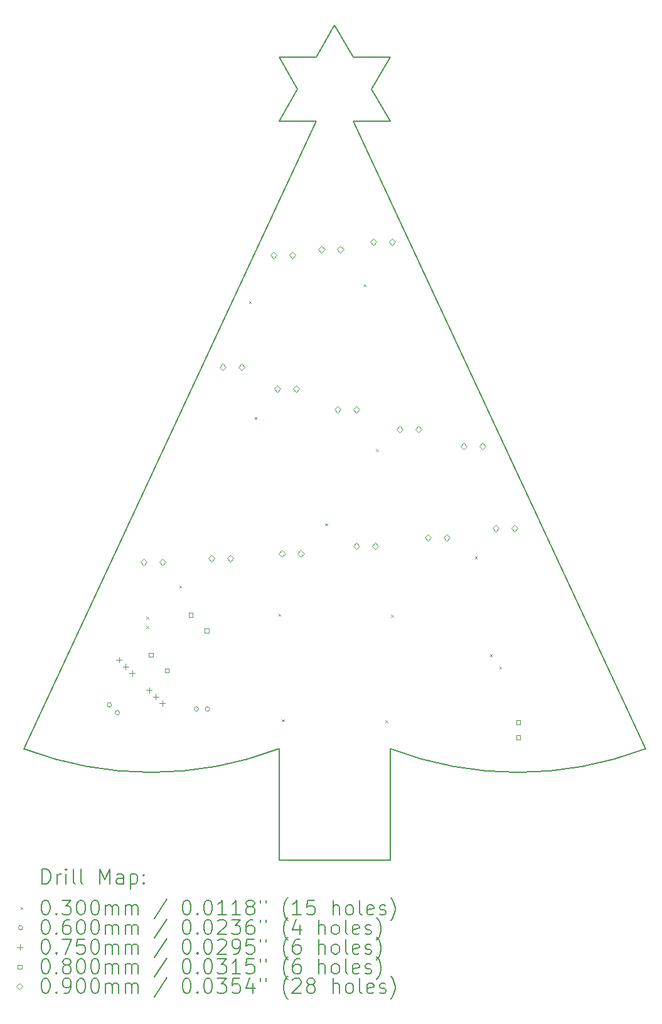
<source format=gbr>
%TF.GenerationSoftware,KiCad,Pcbnew,7.0.9*%
%TF.CreationDate,2023-11-12T20:37:14+01:00*%
%TF.ProjectId,christmas_ornament_2023,63687269-7374-46d6-9173-5f6f726e616d,1.0*%
%TF.SameCoordinates,Original*%
%TF.FileFunction,Drillmap*%
%TF.FilePolarity,Positive*%
%FSLAX45Y45*%
G04 Gerber Fmt 4.5, Leading zero omitted, Abs format (unit mm)*
G04 Created by KiCad (PCBNEW 7.0.9) date 2023-11-12 20:37:14*
%MOMM*%
%LPD*%
G01*
G04 APERTURE LIST*
%ADD10C,0.200000*%
%ADD11C,0.100000*%
G04 APERTURE END LIST*
D10*
X10006976Y-3450095D02*
X9756976Y-3883095D01*
X8506976Y-4316105D02*
X9006097Y-4316105D01*
X9507855Y-4316105D02*
X10006976Y-4316105D01*
X10006976Y-14278095D02*
X8506976Y-14278095D01*
X10006936Y-12778083D02*
G75*
G03*
X13453744Y-12778094I1723419J4499988D01*
G01*
X9256976Y-3017095D02*
X9506976Y-3450095D01*
X8506976Y-3450095D02*
X9006976Y-3450095D01*
X9006976Y-3450095D02*
X9256976Y-3017095D01*
X10006976Y-12778095D02*
X10006976Y-14278095D01*
X9756976Y-3883095D02*
X10006976Y-4316105D01*
X8506976Y-4316105D02*
X8756976Y-3883095D01*
X8506976Y-14278095D02*
X8506976Y-12778095D01*
X9506976Y-3450095D02*
X10006976Y-3450095D01*
X9507855Y-4316105D02*
X13453745Y-12778095D01*
X8756976Y-3883095D02*
X8506976Y-3450095D01*
X5060176Y-12778083D02*
G75*
G03*
X8506984Y-12778094I1723419J4499988D01*
G01*
X9006097Y-4316105D02*
X5060206Y-12778095D01*
D11*
X6716000Y-10995900D02*
X6746000Y-11025900D01*
X6746000Y-10995900D02*
X6716000Y-11025900D01*
X6716000Y-11122900D02*
X6746000Y-11152900D01*
X6746000Y-11122900D02*
X6716000Y-11152900D01*
X7160500Y-10576800D02*
X7190500Y-10606800D01*
X7190500Y-10576800D02*
X7160500Y-10606800D01*
X8100300Y-6741400D02*
X8130300Y-6771400D01*
X8130300Y-6741400D02*
X8100300Y-6771400D01*
X8176500Y-8303500D02*
X8206500Y-8333500D01*
X8206500Y-8303500D02*
X8176500Y-8333500D01*
X8499400Y-10957800D02*
X8529400Y-10987800D01*
X8529400Y-10957800D02*
X8499400Y-10987800D01*
X8547500Y-12382900D02*
X8577500Y-12412900D01*
X8577500Y-12382900D02*
X8547500Y-12412900D01*
X9129000Y-9738600D02*
X9159000Y-9768600D01*
X9159000Y-9738600D02*
X9129000Y-9768600D01*
X9649700Y-6512800D02*
X9679700Y-6542800D01*
X9679700Y-6512800D02*
X9649700Y-6542800D01*
X9814800Y-8735300D02*
X9844800Y-8765300D01*
X9844800Y-8735300D02*
X9814800Y-8765300D01*
X9941800Y-12392900D02*
X9971800Y-12422900D01*
X9971800Y-12392900D02*
X9941800Y-12422900D01*
X10018000Y-10970500D02*
X10048000Y-11000500D01*
X10048000Y-10970500D02*
X10018000Y-11000500D01*
X11148300Y-10183100D02*
X11178300Y-10213100D01*
X11178300Y-10183100D02*
X11148300Y-10213100D01*
X11351500Y-11503900D02*
X11381500Y-11533900D01*
X11381500Y-11503900D02*
X11351500Y-11533900D01*
X11478500Y-11669000D02*
X11508500Y-11699000D01*
X11508500Y-11669000D02*
X11478500Y-11699000D01*
X6248534Y-12187534D02*
G75*
G03*
X6248534Y-12187534I-30000J0D01*
G01*
X6354600Y-12293600D02*
G75*
G03*
X6354600Y-12293600I-30000J0D01*
G01*
X7421400Y-12242800D02*
G75*
G03*
X7421400Y-12242800I-30000J0D01*
G01*
X7571400Y-12242800D02*
G75*
G03*
X7571400Y-12242800I-30000J0D01*
G01*
X6348195Y-11543095D02*
X6348195Y-11618095D01*
X6310695Y-11580595D02*
X6385695Y-11580595D01*
X6437997Y-11632897D02*
X6437997Y-11707897D01*
X6400497Y-11670397D02*
X6475497Y-11670397D01*
X6527800Y-11722700D02*
X6527800Y-11797700D01*
X6490300Y-11760200D02*
X6565300Y-11760200D01*
X6754595Y-11951300D02*
X6754595Y-12026300D01*
X6717095Y-11988800D02*
X6792095Y-11988800D01*
X6844397Y-12041102D02*
X6844397Y-12116102D01*
X6806897Y-12078602D02*
X6881897Y-12078602D01*
X6934200Y-12130905D02*
X6934200Y-12205905D01*
X6896700Y-12168405D02*
X6971700Y-12168405D01*
X6804669Y-11539900D02*
X6804669Y-11483331D01*
X6748100Y-11483331D01*
X6748100Y-11539900D01*
X6804669Y-11539900D01*
X7023277Y-11753092D02*
X7023277Y-11696523D01*
X6966708Y-11696523D01*
X6966708Y-11753092D01*
X7023277Y-11753092D01*
X7343484Y-11001085D02*
X7343484Y-10944516D01*
X7286915Y-10944516D01*
X7286915Y-11001085D01*
X7343484Y-11001085D01*
X7562092Y-11214277D02*
X7562092Y-11157708D01*
X7505523Y-11157708D01*
X7505523Y-11214277D01*
X7562092Y-11214277D01*
X11763084Y-12452084D02*
X11763084Y-12395515D01*
X11706515Y-12395515D01*
X11706515Y-12452084D01*
X11763084Y-12452084D01*
X11763084Y-12652084D02*
X11763084Y-12595515D01*
X11706515Y-12595515D01*
X11706515Y-12652084D01*
X11763084Y-12652084D01*
X6680200Y-10306600D02*
X6725200Y-10261600D01*
X6680200Y-10216600D01*
X6635200Y-10261600D01*
X6680200Y-10306600D01*
X6934200Y-10306600D02*
X6979200Y-10261600D01*
X6934200Y-10216600D01*
X6889200Y-10261600D01*
X6934200Y-10306600D01*
X7594600Y-10255800D02*
X7639600Y-10210800D01*
X7594600Y-10165800D01*
X7549600Y-10210800D01*
X7594600Y-10255800D01*
X7746500Y-7677700D02*
X7791500Y-7632700D01*
X7746500Y-7587700D01*
X7701500Y-7632700D01*
X7746500Y-7677700D01*
X7848600Y-10255800D02*
X7893600Y-10210800D01*
X7848600Y-10165800D01*
X7803600Y-10210800D01*
X7848600Y-10255800D01*
X8000500Y-7677700D02*
X8045500Y-7632700D01*
X8000500Y-7587700D01*
X7955500Y-7632700D01*
X8000500Y-7677700D01*
X8432800Y-6166400D02*
X8477800Y-6121400D01*
X8432800Y-6076400D01*
X8387800Y-6121400D01*
X8432800Y-6166400D01*
X8483100Y-7969800D02*
X8528100Y-7924800D01*
X8483100Y-7879800D01*
X8438100Y-7924800D01*
X8483100Y-7969800D01*
X8547100Y-10192300D02*
X8592100Y-10147300D01*
X8547100Y-10102300D01*
X8502100Y-10147300D01*
X8547100Y-10192300D01*
X8686800Y-6166400D02*
X8731800Y-6121400D01*
X8686800Y-6076400D01*
X8641800Y-6121400D01*
X8686800Y-6166400D01*
X8737100Y-7969800D02*
X8782100Y-7924800D01*
X8737100Y-7879800D01*
X8692100Y-7924800D01*
X8737100Y-7969800D01*
X8801100Y-10192300D02*
X8846100Y-10147300D01*
X8801100Y-10102300D01*
X8756100Y-10147300D01*
X8801100Y-10192300D01*
X9080500Y-6090200D02*
X9125500Y-6045200D01*
X9080500Y-6000200D01*
X9035500Y-6045200D01*
X9080500Y-6090200D01*
X9296400Y-8249200D02*
X9341400Y-8204200D01*
X9296400Y-8159200D01*
X9251400Y-8204200D01*
X9296400Y-8249200D01*
X9334500Y-6090200D02*
X9379500Y-6045200D01*
X9334500Y-6000200D01*
X9289500Y-6045200D01*
X9334500Y-6090200D01*
X9550400Y-8249200D02*
X9595400Y-8204200D01*
X9550400Y-8159200D01*
X9505400Y-8204200D01*
X9550400Y-8249200D01*
X9550400Y-10090700D02*
X9595400Y-10045700D01*
X9550400Y-10000700D01*
X9505400Y-10045700D01*
X9550400Y-10090700D01*
X9778500Y-5988600D02*
X9823500Y-5943600D01*
X9778500Y-5898600D01*
X9733500Y-5943600D01*
X9778500Y-5988600D01*
X9804400Y-10090700D02*
X9849400Y-10045700D01*
X9804400Y-10000700D01*
X9759400Y-10045700D01*
X9804400Y-10090700D01*
X10032500Y-5988600D02*
X10077500Y-5943600D01*
X10032500Y-5898600D01*
X9987500Y-5943600D01*
X10032500Y-5988600D01*
X10134100Y-8515900D02*
X10179100Y-8470900D01*
X10134100Y-8425900D01*
X10089100Y-8470900D01*
X10134100Y-8515900D01*
X10388100Y-8515900D02*
X10433100Y-8470900D01*
X10388100Y-8425900D01*
X10343100Y-8470900D01*
X10388100Y-8515900D01*
X10515100Y-9976400D02*
X10560100Y-9931400D01*
X10515100Y-9886400D01*
X10470100Y-9931400D01*
X10515100Y-9976400D01*
X10769100Y-9976400D02*
X10814100Y-9931400D01*
X10769100Y-9886400D01*
X10724100Y-9931400D01*
X10769100Y-9976400D01*
X10997700Y-8744500D02*
X11042700Y-8699500D01*
X10997700Y-8654500D01*
X10952700Y-8699500D01*
X10997700Y-8744500D01*
X11251700Y-8744500D02*
X11296700Y-8699500D01*
X11251700Y-8654500D01*
X11206700Y-8699500D01*
X11251700Y-8744500D01*
X11429500Y-9849400D02*
X11474500Y-9804400D01*
X11429500Y-9759400D01*
X11384500Y-9804400D01*
X11429500Y-9849400D01*
X11683500Y-9849400D02*
X11728500Y-9804400D01*
X11683500Y-9759400D01*
X11638500Y-9804400D01*
X11683500Y-9849400D01*
D10*
X5310953Y-14599579D02*
X5310953Y-14399579D01*
X5310953Y-14399579D02*
X5358572Y-14399579D01*
X5358572Y-14399579D02*
X5387143Y-14409103D01*
X5387143Y-14409103D02*
X5406191Y-14428150D01*
X5406191Y-14428150D02*
X5415715Y-14447198D01*
X5415715Y-14447198D02*
X5425238Y-14485293D01*
X5425238Y-14485293D02*
X5425238Y-14513864D01*
X5425238Y-14513864D02*
X5415715Y-14551960D01*
X5415715Y-14551960D02*
X5406191Y-14571007D01*
X5406191Y-14571007D02*
X5387143Y-14590055D01*
X5387143Y-14590055D02*
X5358572Y-14599579D01*
X5358572Y-14599579D02*
X5310953Y-14599579D01*
X5510953Y-14599579D02*
X5510953Y-14466245D01*
X5510953Y-14504341D02*
X5520477Y-14485293D01*
X5520477Y-14485293D02*
X5530000Y-14475769D01*
X5530000Y-14475769D02*
X5549048Y-14466245D01*
X5549048Y-14466245D02*
X5568096Y-14466245D01*
X5634762Y-14599579D02*
X5634762Y-14466245D01*
X5634762Y-14399579D02*
X5625238Y-14409103D01*
X5625238Y-14409103D02*
X5634762Y-14418626D01*
X5634762Y-14418626D02*
X5644286Y-14409103D01*
X5644286Y-14409103D02*
X5634762Y-14399579D01*
X5634762Y-14399579D02*
X5634762Y-14418626D01*
X5758572Y-14599579D02*
X5739524Y-14590055D01*
X5739524Y-14590055D02*
X5730000Y-14571007D01*
X5730000Y-14571007D02*
X5730000Y-14399579D01*
X5863334Y-14599579D02*
X5844286Y-14590055D01*
X5844286Y-14590055D02*
X5834762Y-14571007D01*
X5834762Y-14571007D02*
X5834762Y-14399579D01*
X6091905Y-14599579D02*
X6091905Y-14399579D01*
X6091905Y-14399579D02*
X6158572Y-14542436D01*
X6158572Y-14542436D02*
X6225238Y-14399579D01*
X6225238Y-14399579D02*
X6225238Y-14599579D01*
X6406191Y-14599579D02*
X6406191Y-14494817D01*
X6406191Y-14494817D02*
X6396667Y-14475769D01*
X6396667Y-14475769D02*
X6377619Y-14466245D01*
X6377619Y-14466245D02*
X6339524Y-14466245D01*
X6339524Y-14466245D02*
X6320476Y-14475769D01*
X6406191Y-14590055D02*
X6387143Y-14599579D01*
X6387143Y-14599579D02*
X6339524Y-14599579D01*
X6339524Y-14599579D02*
X6320476Y-14590055D01*
X6320476Y-14590055D02*
X6310953Y-14571007D01*
X6310953Y-14571007D02*
X6310953Y-14551960D01*
X6310953Y-14551960D02*
X6320476Y-14532912D01*
X6320476Y-14532912D02*
X6339524Y-14523388D01*
X6339524Y-14523388D02*
X6387143Y-14523388D01*
X6387143Y-14523388D02*
X6406191Y-14513864D01*
X6501429Y-14466245D02*
X6501429Y-14666245D01*
X6501429Y-14475769D02*
X6520476Y-14466245D01*
X6520476Y-14466245D02*
X6558572Y-14466245D01*
X6558572Y-14466245D02*
X6577619Y-14475769D01*
X6577619Y-14475769D02*
X6587143Y-14485293D01*
X6587143Y-14485293D02*
X6596667Y-14504341D01*
X6596667Y-14504341D02*
X6596667Y-14561483D01*
X6596667Y-14561483D02*
X6587143Y-14580531D01*
X6587143Y-14580531D02*
X6577619Y-14590055D01*
X6577619Y-14590055D02*
X6558572Y-14599579D01*
X6558572Y-14599579D02*
X6520476Y-14599579D01*
X6520476Y-14599579D02*
X6501429Y-14590055D01*
X6682381Y-14580531D02*
X6691905Y-14590055D01*
X6691905Y-14590055D02*
X6682381Y-14599579D01*
X6682381Y-14599579D02*
X6672857Y-14590055D01*
X6672857Y-14590055D02*
X6682381Y-14580531D01*
X6682381Y-14580531D02*
X6682381Y-14599579D01*
X6682381Y-14475769D02*
X6691905Y-14485293D01*
X6691905Y-14485293D02*
X6682381Y-14494817D01*
X6682381Y-14494817D02*
X6672857Y-14485293D01*
X6672857Y-14485293D02*
X6682381Y-14475769D01*
X6682381Y-14475769D02*
X6682381Y-14494817D01*
D11*
X5020176Y-14913095D02*
X5050176Y-14943095D01*
X5050176Y-14913095D02*
X5020176Y-14943095D01*
D10*
X5349048Y-14819579D02*
X5368096Y-14819579D01*
X5368096Y-14819579D02*
X5387143Y-14829103D01*
X5387143Y-14829103D02*
X5396667Y-14838626D01*
X5396667Y-14838626D02*
X5406191Y-14857674D01*
X5406191Y-14857674D02*
X5415715Y-14895769D01*
X5415715Y-14895769D02*
X5415715Y-14943388D01*
X5415715Y-14943388D02*
X5406191Y-14981483D01*
X5406191Y-14981483D02*
X5396667Y-15000531D01*
X5396667Y-15000531D02*
X5387143Y-15010055D01*
X5387143Y-15010055D02*
X5368096Y-15019579D01*
X5368096Y-15019579D02*
X5349048Y-15019579D01*
X5349048Y-15019579D02*
X5330000Y-15010055D01*
X5330000Y-15010055D02*
X5320477Y-15000531D01*
X5320477Y-15000531D02*
X5310953Y-14981483D01*
X5310953Y-14981483D02*
X5301429Y-14943388D01*
X5301429Y-14943388D02*
X5301429Y-14895769D01*
X5301429Y-14895769D02*
X5310953Y-14857674D01*
X5310953Y-14857674D02*
X5320477Y-14838626D01*
X5320477Y-14838626D02*
X5330000Y-14829103D01*
X5330000Y-14829103D02*
X5349048Y-14819579D01*
X5501429Y-15000531D02*
X5510953Y-15010055D01*
X5510953Y-15010055D02*
X5501429Y-15019579D01*
X5501429Y-15019579D02*
X5491905Y-15010055D01*
X5491905Y-15010055D02*
X5501429Y-15000531D01*
X5501429Y-15000531D02*
X5501429Y-15019579D01*
X5577619Y-14819579D02*
X5701429Y-14819579D01*
X5701429Y-14819579D02*
X5634762Y-14895769D01*
X5634762Y-14895769D02*
X5663334Y-14895769D01*
X5663334Y-14895769D02*
X5682381Y-14905293D01*
X5682381Y-14905293D02*
X5691905Y-14914817D01*
X5691905Y-14914817D02*
X5701429Y-14933864D01*
X5701429Y-14933864D02*
X5701429Y-14981483D01*
X5701429Y-14981483D02*
X5691905Y-15000531D01*
X5691905Y-15000531D02*
X5682381Y-15010055D01*
X5682381Y-15010055D02*
X5663334Y-15019579D01*
X5663334Y-15019579D02*
X5606191Y-15019579D01*
X5606191Y-15019579D02*
X5587143Y-15010055D01*
X5587143Y-15010055D02*
X5577619Y-15000531D01*
X5825238Y-14819579D02*
X5844286Y-14819579D01*
X5844286Y-14819579D02*
X5863334Y-14829103D01*
X5863334Y-14829103D02*
X5872857Y-14838626D01*
X5872857Y-14838626D02*
X5882381Y-14857674D01*
X5882381Y-14857674D02*
X5891905Y-14895769D01*
X5891905Y-14895769D02*
X5891905Y-14943388D01*
X5891905Y-14943388D02*
X5882381Y-14981483D01*
X5882381Y-14981483D02*
X5872857Y-15000531D01*
X5872857Y-15000531D02*
X5863334Y-15010055D01*
X5863334Y-15010055D02*
X5844286Y-15019579D01*
X5844286Y-15019579D02*
X5825238Y-15019579D01*
X5825238Y-15019579D02*
X5806191Y-15010055D01*
X5806191Y-15010055D02*
X5796667Y-15000531D01*
X5796667Y-15000531D02*
X5787143Y-14981483D01*
X5787143Y-14981483D02*
X5777619Y-14943388D01*
X5777619Y-14943388D02*
X5777619Y-14895769D01*
X5777619Y-14895769D02*
X5787143Y-14857674D01*
X5787143Y-14857674D02*
X5796667Y-14838626D01*
X5796667Y-14838626D02*
X5806191Y-14829103D01*
X5806191Y-14829103D02*
X5825238Y-14819579D01*
X6015715Y-14819579D02*
X6034762Y-14819579D01*
X6034762Y-14819579D02*
X6053810Y-14829103D01*
X6053810Y-14829103D02*
X6063334Y-14838626D01*
X6063334Y-14838626D02*
X6072857Y-14857674D01*
X6072857Y-14857674D02*
X6082381Y-14895769D01*
X6082381Y-14895769D02*
X6082381Y-14943388D01*
X6082381Y-14943388D02*
X6072857Y-14981483D01*
X6072857Y-14981483D02*
X6063334Y-15000531D01*
X6063334Y-15000531D02*
X6053810Y-15010055D01*
X6053810Y-15010055D02*
X6034762Y-15019579D01*
X6034762Y-15019579D02*
X6015715Y-15019579D01*
X6015715Y-15019579D02*
X5996667Y-15010055D01*
X5996667Y-15010055D02*
X5987143Y-15000531D01*
X5987143Y-15000531D02*
X5977619Y-14981483D01*
X5977619Y-14981483D02*
X5968096Y-14943388D01*
X5968096Y-14943388D02*
X5968096Y-14895769D01*
X5968096Y-14895769D02*
X5977619Y-14857674D01*
X5977619Y-14857674D02*
X5987143Y-14838626D01*
X5987143Y-14838626D02*
X5996667Y-14829103D01*
X5996667Y-14829103D02*
X6015715Y-14819579D01*
X6168096Y-15019579D02*
X6168096Y-14886245D01*
X6168096Y-14905293D02*
X6177619Y-14895769D01*
X6177619Y-14895769D02*
X6196667Y-14886245D01*
X6196667Y-14886245D02*
X6225238Y-14886245D01*
X6225238Y-14886245D02*
X6244286Y-14895769D01*
X6244286Y-14895769D02*
X6253810Y-14914817D01*
X6253810Y-14914817D02*
X6253810Y-15019579D01*
X6253810Y-14914817D02*
X6263334Y-14895769D01*
X6263334Y-14895769D02*
X6282381Y-14886245D01*
X6282381Y-14886245D02*
X6310953Y-14886245D01*
X6310953Y-14886245D02*
X6330000Y-14895769D01*
X6330000Y-14895769D02*
X6339524Y-14914817D01*
X6339524Y-14914817D02*
X6339524Y-15019579D01*
X6434762Y-15019579D02*
X6434762Y-14886245D01*
X6434762Y-14905293D02*
X6444286Y-14895769D01*
X6444286Y-14895769D02*
X6463334Y-14886245D01*
X6463334Y-14886245D02*
X6491905Y-14886245D01*
X6491905Y-14886245D02*
X6510953Y-14895769D01*
X6510953Y-14895769D02*
X6520477Y-14914817D01*
X6520477Y-14914817D02*
X6520477Y-15019579D01*
X6520477Y-14914817D02*
X6530000Y-14895769D01*
X6530000Y-14895769D02*
X6549048Y-14886245D01*
X6549048Y-14886245D02*
X6577619Y-14886245D01*
X6577619Y-14886245D02*
X6596667Y-14895769D01*
X6596667Y-14895769D02*
X6606191Y-14914817D01*
X6606191Y-14914817D02*
X6606191Y-15019579D01*
X6996667Y-14810055D02*
X6825239Y-15067198D01*
X7253810Y-14819579D02*
X7272858Y-14819579D01*
X7272858Y-14819579D02*
X7291905Y-14829103D01*
X7291905Y-14829103D02*
X7301429Y-14838626D01*
X7301429Y-14838626D02*
X7310953Y-14857674D01*
X7310953Y-14857674D02*
X7320477Y-14895769D01*
X7320477Y-14895769D02*
X7320477Y-14943388D01*
X7320477Y-14943388D02*
X7310953Y-14981483D01*
X7310953Y-14981483D02*
X7301429Y-15000531D01*
X7301429Y-15000531D02*
X7291905Y-15010055D01*
X7291905Y-15010055D02*
X7272858Y-15019579D01*
X7272858Y-15019579D02*
X7253810Y-15019579D01*
X7253810Y-15019579D02*
X7234762Y-15010055D01*
X7234762Y-15010055D02*
X7225239Y-15000531D01*
X7225239Y-15000531D02*
X7215715Y-14981483D01*
X7215715Y-14981483D02*
X7206191Y-14943388D01*
X7206191Y-14943388D02*
X7206191Y-14895769D01*
X7206191Y-14895769D02*
X7215715Y-14857674D01*
X7215715Y-14857674D02*
X7225239Y-14838626D01*
X7225239Y-14838626D02*
X7234762Y-14829103D01*
X7234762Y-14829103D02*
X7253810Y-14819579D01*
X7406191Y-15000531D02*
X7415715Y-15010055D01*
X7415715Y-15010055D02*
X7406191Y-15019579D01*
X7406191Y-15019579D02*
X7396667Y-15010055D01*
X7396667Y-15010055D02*
X7406191Y-15000531D01*
X7406191Y-15000531D02*
X7406191Y-15019579D01*
X7539524Y-14819579D02*
X7558572Y-14819579D01*
X7558572Y-14819579D02*
X7577620Y-14829103D01*
X7577620Y-14829103D02*
X7587143Y-14838626D01*
X7587143Y-14838626D02*
X7596667Y-14857674D01*
X7596667Y-14857674D02*
X7606191Y-14895769D01*
X7606191Y-14895769D02*
X7606191Y-14943388D01*
X7606191Y-14943388D02*
X7596667Y-14981483D01*
X7596667Y-14981483D02*
X7587143Y-15000531D01*
X7587143Y-15000531D02*
X7577620Y-15010055D01*
X7577620Y-15010055D02*
X7558572Y-15019579D01*
X7558572Y-15019579D02*
X7539524Y-15019579D01*
X7539524Y-15019579D02*
X7520477Y-15010055D01*
X7520477Y-15010055D02*
X7510953Y-15000531D01*
X7510953Y-15000531D02*
X7501429Y-14981483D01*
X7501429Y-14981483D02*
X7491905Y-14943388D01*
X7491905Y-14943388D02*
X7491905Y-14895769D01*
X7491905Y-14895769D02*
X7501429Y-14857674D01*
X7501429Y-14857674D02*
X7510953Y-14838626D01*
X7510953Y-14838626D02*
X7520477Y-14829103D01*
X7520477Y-14829103D02*
X7539524Y-14819579D01*
X7796667Y-15019579D02*
X7682381Y-15019579D01*
X7739524Y-15019579D02*
X7739524Y-14819579D01*
X7739524Y-14819579D02*
X7720477Y-14848150D01*
X7720477Y-14848150D02*
X7701429Y-14867198D01*
X7701429Y-14867198D02*
X7682381Y-14876722D01*
X7987143Y-15019579D02*
X7872858Y-15019579D01*
X7930000Y-15019579D02*
X7930000Y-14819579D01*
X7930000Y-14819579D02*
X7910953Y-14848150D01*
X7910953Y-14848150D02*
X7891905Y-14867198D01*
X7891905Y-14867198D02*
X7872858Y-14876722D01*
X8101429Y-14905293D02*
X8082381Y-14895769D01*
X8082381Y-14895769D02*
X8072858Y-14886245D01*
X8072858Y-14886245D02*
X8063334Y-14867198D01*
X8063334Y-14867198D02*
X8063334Y-14857674D01*
X8063334Y-14857674D02*
X8072858Y-14838626D01*
X8072858Y-14838626D02*
X8082381Y-14829103D01*
X8082381Y-14829103D02*
X8101429Y-14819579D01*
X8101429Y-14819579D02*
X8139524Y-14819579D01*
X8139524Y-14819579D02*
X8158572Y-14829103D01*
X8158572Y-14829103D02*
X8168096Y-14838626D01*
X8168096Y-14838626D02*
X8177620Y-14857674D01*
X8177620Y-14857674D02*
X8177620Y-14867198D01*
X8177620Y-14867198D02*
X8168096Y-14886245D01*
X8168096Y-14886245D02*
X8158572Y-14895769D01*
X8158572Y-14895769D02*
X8139524Y-14905293D01*
X8139524Y-14905293D02*
X8101429Y-14905293D01*
X8101429Y-14905293D02*
X8082381Y-14914817D01*
X8082381Y-14914817D02*
X8072858Y-14924341D01*
X8072858Y-14924341D02*
X8063334Y-14943388D01*
X8063334Y-14943388D02*
X8063334Y-14981483D01*
X8063334Y-14981483D02*
X8072858Y-15000531D01*
X8072858Y-15000531D02*
X8082381Y-15010055D01*
X8082381Y-15010055D02*
X8101429Y-15019579D01*
X8101429Y-15019579D02*
X8139524Y-15019579D01*
X8139524Y-15019579D02*
X8158572Y-15010055D01*
X8158572Y-15010055D02*
X8168096Y-15000531D01*
X8168096Y-15000531D02*
X8177620Y-14981483D01*
X8177620Y-14981483D02*
X8177620Y-14943388D01*
X8177620Y-14943388D02*
X8168096Y-14924341D01*
X8168096Y-14924341D02*
X8158572Y-14914817D01*
X8158572Y-14914817D02*
X8139524Y-14905293D01*
X8253810Y-14819579D02*
X8253810Y-14857674D01*
X8330001Y-14819579D02*
X8330001Y-14857674D01*
X8625239Y-15095769D02*
X8615715Y-15086245D01*
X8615715Y-15086245D02*
X8596667Y-15057674D01*
X8596667Y-15057674D02*
X8587144Y-15038626D01*
X8587144Y-15038626D02*
X8577620Y-15010055D01*
X8577620Y-15010055D02*
X8568096Y-14962436D01*
X8568096Y-14962436D02*
X8568096Y-14924341D01*
X8568096Y-14924341D02*
X8577620Y-14876722D01*
X8577620Y-14876722D02*
X8587144Y-14848150D01*
X8587144Y-14848150D02*
X8596667Y-14829103D01*
X8596667Y-14829103D02*
X8615715Y-14800531D01*
X8615715Y-14800531D02*
X8625239Y-14791007D01*
X8806191Y-15019579D02*
X8691905Y-15019579D01*
X8749048Y-15019579D02*
X8749048Y-14819579D01*
X8749048Y-14819579D02*
X8730001Y-14848150D01*
X8730001Y-14848150D02*
X8710953Y-14867198D01*
X8710953Y-14867198D02*
X8691905Y-14876722D01*
X8987144Y-14819579D02*
X8891905Y-14819579D01*
X8891905Y-14819579D02*
X8882382Y-14914817D01*
X8882382Y-14914817D02*
X8891905Y-14905293D01*
X8891905Y-14905293D02*
X8910953Y-14895769D01*
X8910953Y-14895769D02*
X8958572Y-14895769D01*
X8958572Y-14895769D02*
X8977620Y-14905293D01*
X8977620Y-14905293D02*
X8987144Y-14914817D01*
X8987144Y-14914817D02*
X8996667Y-14933864D01*
X8996667Y-14933864D02*
X8996667Y-14981483D01*
X8996667Y-14981483D02*
X8987144Y-15000531D01*
X8987144Y-15000531D02*
X8977620Y-15010055D01*
X8977620Y-15010055D02*
X8958572Y-15019579D01*
X8958572Y-15019579D02*
X8910953Y-15019579D01*
X8910953Y-15019579D02*
X8891905Y-15010055D01*
X8891905Y-15010055D02*
X8882382Y-15000531D01*
X9234763Y-15019579D02*
X9234763Y-14819579D01*
X9320477Y-15019579D02*
X9320477Y-14914817D01*
X9320477Y-14914817D02*
X9310953Y-14895769D01*
X9310953Y-14895769D02*
X9291906Y-14886245D01*
X9291906Y-14886245D02*
X9263334Y-14886245D01*
X9263334Y-14886245D02*
X9244286Y-14895769D01*
X9244286Y-14895769D02*
X9234763Y-14905293D01*
X9444286Y-15019579D02*
X9425239Y-15010055D01*
X9425239Y-15010055D02*
X9415715Y-15000531D01*
X9415715Y-15000531D02*
X9406191Y-14981483D01*
X9406191Y-14981483D02*
X9406191Y-14924341D01*
X9406191Y-14924341D02*
X9415715Y-14905293D01*
X9415715Y-14905293D02*
X9425239Y-14895769D01*
X9425239Y-14895769D02*
X9444286Y-14886245D01*
X9444286Y-14886245D02*
X9472858Y-14886245D01*
X9472858Y-14886245D02*
X9491906Y-14895769D01*
X9491906Y-14895769D02*
X9501429Y-14905293D01*
X9501429Y-14905293D02*
X9510953Y-14924341D01*
X9510953Y-14924341D02*
X9510953Y-14981483D01*
X9510953Y-14981483D02*
X9501429Y-15000531D01*
X9501429Y-15000531D02*
X9491906Y-15010055D01*
X9491906Y-15010055D02*
X9472858Y-15019579D01*
X9472858Y-15019579D02*
X9444286Y-15019579D01*
X9625239Y-15019579D02*
X9606191Y-15010055D01*
X9606191Y-15010055D02*
X9596667Y-14991007D01*
X9596667Y-14991007D02*
X9596667Y-14819579D01*
X9777620Y-15010055D02*
X9758572Y-15019579D01*
X9758572Y-15019579D02*
X9720477Y-15019579D01*
X9720477Y-15019579D02*
X9701429Y-15010055D01*
X9701429Y-15010055D02*
X9691906Y-14991007D01*
X9691906Y-14991007D02*
X9691906Y-14914817D01*
X9691906Y-14914817D02*
X9701429Y-14895769D01*
X9701429Y-14895769D02*
X9720477Y-14886245D01*
X9720477Y-14886245D02*
X9758572Y-14886245D01*
X9758572Y-14886245D02*
X9777620Y-14895769D01*
X9777620Y-14895769D02*
X9787144Y-14914817D01*
X9787144Y-14914817D02*
X9787144Y-14933864D01*
X9787144Y-14933864D02*
X9691906Y-14952912D01*
X9863334Y-15010055D02*
X9882382Y-15019579D01*
X9882382Y-15019579D02*
X9920477Y-15019579D01*
X9920477Y-15019579D02*
X9939525Y-15010055D01*
X9939525Y-15010055D02*
X9949048Y-14991007D01*
X9949048Y-14991007D02*
X9949048Y-14981483D01*
X9949048Y-14981483D02*
X9939525Y-14962436D01*
X9939525Y-14962436D02*
X9920477Y-14952912D01*
X9920477Y-14952912D02*
X9891906Y-14952912D01*
X9891906Y-14952912D02*
X9872858Y-14943388D01*
X9872858Y-14943388D02*
X9863334Y-14924341D01*
X9863334Y-14924341D02*
X9863334Y-14914817D01*
X9863334Y-14914817D02*
X9872858Y-14895769D01*
X9872858Y-14895769D02*
X9891906Y-14886245D01*
X9891906Y-14886245D02*
X9920477Y-14886245D01*
X9920477Y-14886245D02*
X9939525Y-14895769D01*
X10015715Y-15095769D02*
X10025239Y-15086245D01*
X10025239Y-15086245D02*
X10044287Y-15057674D01*
X10044287Y-15057674D02*
X10053810Y-15038626D01*
X10053810Y-15038626D02*
X10063334Y-15010055D01*
X10063334Y-15010055D02*
X10072858Y-14962436D01*
X10072858Y-14962436D02*
X10072858Y-14924341D01*
X10072858Y-14924341D02*
X10063334Y-14876722D01*
X10063334Y-14876722D02*
X10053810Y-14848150D01*
X10053810Y-14848150D02*
X10044287Y-14829103D01*
X10044287Y-14829103D02*
X10025239Y-14800531D01*
X10025239Y-14800531D02*
X10015715Y-14791007D01*
D11*
X5050176Y-15192095D02*
G75*
G03*
X5050176Y-15192095I-30000J0D01*
G01*
D10*
X5349048Y-15083579D02*
X5368096Y-15083579D01*
X5368096Y-15083579D02*
X5387143Y-15093103D01*
X5387143Y-15093103D02*
X5396667Y-15102626D01*
X5396667Y-15102626D02*
X5406191Y-15121674D01*
X5406191Y-15121674D02*
X5415715Y-15159769D01*
X5415715Y-15159769D02*
X5415715Y-15207388D01*
X5415715Y-15207388D02*
X5406191Y-15245483D01*
X5406191Y-15245483D02*
X5396667Y-15264531D01*
X5396667Y-15264531D02*
X5387143Y-15274055D01*
X5387143Y-15274055D02*
X5368096Y-15283579D01*
X5368096Y-15283579D02*
X5349048Y-15283579D01*
X5349048Y-15283579D02*
X5330000Y-15274055D01*
X5330000Y-15274055D02*
X5320477Y-15264531D01*
X5320477Y-15264531D02*
X5310953Y-15245483D01*
X5310953Y-15245483D02*
X5301429Y-15207388D01*
X5301429Y-15207388D02*
X5301429Y-15159769D01*
X5301429Y-15159769D02*
X5310953Y-15121674D01*
X5310953Y-15121674D02*
X5320477Y-15102626D01*
X5320477Y-15102626D02*
X5330000Y-15093103D01*
X5330000Y-15093103D02*
X5349048Y-15083579D01*
X5501429Y-15264531D02*
X5510953Y-15274055D01*
X5510953Y-15274055D02*
X5501429Y-15283579D01*
X5501429Y-15283579D02*
X5491905Y-15274055D01*
X5491905Y-15274055D02*
X5501429Y-15264531D01*
X5501429Y-15264531D02*
X5501429Y-15283579D01*
X5682381Y-15083579D02*
X5644286Y-15083579D01*
X5644286Y-15083579D02*
X5625238Y-15093103D01*
X5625238Y-15093103D02*
X5615715Y-15102626D01*
X5615715Y-15102626D02*
X5596667Y-15131198D01*
X5596667Y-15131198D02*
X5587143Y-15169293D01*
X5587143Y-15169293D02*
X5587143Y-15245483D01*
X5587143Y-15245483D02*
X5596667Y-15264531D01*
X5596667Y-15264531D02*
X5606191Y-15274055D01*
X5606191Y-15274055D02*
X5625238Y-15283579D01*
X5625238Y-15283579D02*
X5663334Y-15283579D01*
X5663334Y-15283579D02*
X5682381Y-15274055D01*
X5682381Y-15274055D02*
X5691905Y-15264531D01*
X5691905Y-15264531D02*
X5701429Y-15245483D01*
X5701429Y-15245483D02*
X5701429Y-15197864D01*
X5701429Y-15197864D02*
X5691905Y-15178817D01*
X5691905Y-15178817D02*
X5682381Y-15169293D01*
X5682381Y-15169293D02*
X5663334Y-15159769D01*
X5663334Y-15159769D02*
X5625238Y-15159769D01*
X5625238Y-15159769D02*
X5606191Y-15169293D01*
X5606191Y-15169293D02*
X5596667Y-15178817D01*
X5596667Y-15178817D02*
X5587143Y-15197864D01*
X5825238Y-15083579D02*
X5844286Y-15083579D01*
X5844286Y-15083579D02*
X5863334Y-15093103D01*
X5863334Y-15093103D02*
X5872857Y-15102626D01*
X5872857Y-15102626D02*
X5882381Y-15121674D01*
X5882381Y-15121674D02*
X5891905Y-15159769D01*
X5891905Y-15159769D02*
X5891905Y-15207388D01*
X5891905Y-15207388D02*
X5882381Y-15245483D01*
X5882381Y-15245483D02*
X5872857Y-15264531D01*
X5872857Y-15264531D02*
X5863334Y-15274055D01*
X5863334Y-15274055D02*
X5844286Y-15283579D01*
X5844286Y-15283579D02*
X5825238Y-15283579D01*
X5825238Y-15283579D02*
X5806191Y-15274055D01*
X5806191Y-15274055D02*
X5796667Y-15264531D01*
X5796667Y-15264531D02*
X5787143Y-15245483D01*
X5787143Y-15245483D02*
X5777619Y-15207388D01*
X5777619Y-15207388D02*
X5777619Y-15159769D01*
X5777619Y-15159769D02*
X5787143Y-15121674D01*
X5787143Y-15121674D02*
X5796667Y-15102626D01*
X5796667Y-15102626D02*
X5806191Y-15093103D01*
X5806191Y-15093103D02*
X5825238Y-15083579D01*
X6015715Y-15083579D02*
X6034762Y-15083579D01*
X6034762Y-15083579D02*
X6053810Y-15093103D01*
X6053810Y-15093103D02*
X6063334Y-15102626D01*
X6063334Y-15102626D02*
X6072857Y-15121674D01*
X6072857Y-15121674D02*
X6082381Y-15159769D01*
X6082381Y-15159769D02*
X6082381Y-15207388D01*
X6082381Y-15207388D02*
X6072857Y-15245483D01*
X6072857Y-15245483D02*
X6063334Y-15264531D01*
X6063334Y-15264531D02*
X6053810Y-15274055D01*
X6053810Y-15274055D02*
X6034762Y-15283579D01*
X6034762Y-15283579D02*
X6015715Y-15283579D01*
X6015715Y-15283579D02*
X5996667Y-15274055D01*
X5996667Y-15274055D02*
X5987143Y-15264531D01*
X5987143Y-15264531D02*
X5977619Y-15245483D01*
X5977619Y-15245483D02*
X5968096Y-15207388D01*
X5968096Y-15207388D02*
X5968096Y-15159769D01*
X5968096Y-15159769D02*
X5977619Y-15121674D01*
X5977619Y-15121674D02*
X5987143Y-15102626D01*
X5987143Y-15102626D02*
X5996667Y-15093103D01*
X5996667Y-15093103D02*
X6015715Y-15083579D01*
X6168096Y-15283579D02*
X6168096Y-15150245D01*
X6168096Y-15169293D02*
X6177619Y-15159769D01*
X6177619Y-15159769D02*
X6196667Y-15150245D01*
X6196667Y-15150245D02*
X6225238Y-15150245D01*
X6225238Y-15150245D02*
X6244286Y-15159769D01*
X6244286Y-15159769D02*
X6253810Y-15178817D01*
X6253810Y-15178817D02*
X6253810Y-15283579D01*
X6253810Y-15178817D02*
X6263334Y-15159769D01*
X6263334Y-15159769D02*
X6282381Y-15150245D01*
X6282381Y-15150245D02*
X6310953Y-15150245D01*
X6310953Y-15150245D02*
X6330000Y-15159769D01*
X6330000Y-15159769D02*
X6339524Y-15178817D01*
X6339524Y-15178817D02*
X6339524Y-15283579D01*
X6434762Y-15283579D02*
X6434762Y-15150245D01*
X6434762Y-15169293D02*
X6444286Y-15159769D01*
X6444286Y-15159769D02*
X6463334Y-15150245D01*
X6463334Y-15150245D02*
X6491905Y-15150245D01*
X6491905Y-15150245D02*
X6510953Y-15159769D01*
X6510953Y-15159769D02*
X6520477Y-15178817D01*
X6520477Y-15178817D02*
X6520477Y-15283579D01*
X6520477Y-15178817D02*
X6530000Y-15159769D01*
X6530000Y-15159769D02*
X6549048Y-15150245D01*
X6549048Y-15150245D02*
X6577619Y-15150245D01*
X6577619Y-15150245D02*
X6596667Y-15159769D01*
X6596667Y-15159769D02*
X6606191Y-15178817D01*
X6606191Y-15178817D02*
X6606191Y-15283579D01*
X6996667Y-15074055D02*
X6825239Y-15331198D01*
X7253810Y-15083579D02*
X7272858Y-15083579D01*
X7272858Y-15083579D02*
X7291905Y-15093103D01*
X7291905Y-15093103D02*
X7301429Y-15102626D01*
X7301429Y-15102626D02*
X7310953Y-15121674D01*
X7310953Y-15121674D02*
X7320477Y-15159769D01*
X7320477Y-15159769D02*
X7320477Y-15207388D01*
X7320477Y-15207388D02*
X7310953Y-15245483D01*
X7310953Y-15245483D02*
X7301429Y-15264531D01*
X7301429Y-15264531D02*
X7291905Y-15274055D01*
X7291905Y-15274055D02*
X7272858Y-15283579D01*
X7272858Y-15283579D02*
X7253810Y-15283579D01*
X7253810Y-15283579D02*
X7234762Y-15274055D01*
X7234762Y-15274055D02*
X7225239Y-15264531D01*
X7225239Y-15264531D02*
X7215715Y-15245483D01*
X7215715Y-15245483D02*
X7206191Y-15207388D01*
X7206191Y-15207388D02*
X7206191Y-15159769D01*
X7206191Y-15159769D02*
X7215715Y-15121674D01*
X7215715Y-15121674D02*
X7225239Y-15102626D01*
X7225239Y-15102626D02*
X7234762Y-15093103D01*
X7234762Y-15093103D02*
X7253810Y-15083579D01*
X7406191Y-15264531D02*
X7415715Y-15274055D01*
X7415715Y-15274055D02*
X7406191Y-15283579D01*
X7406191Y-15283579D02*
X7396667Y-15274055D01*
X7396667Y-15274055D02*
X7406191Y-15264531D01*
X7406191Y-15264531D02*
X7406191Y-15283579D01*
X7539524Y-15083579D02*
X7558572Y-15083579D01*
X7558572Y-15083579D02*
X7577620Y-15093103D01*
X7577620Y-15093103D02*
X7587143Y-15102626D01*
X7587143Y-15102626D02*
X7596667Y-15121674D01*
X7596667Y-15121674D02*
X7606191Y-15159769D01*
X7606191Y-15159769D02*
X7606191Y-15207388D01*
X7606191Y-15207388D02*
X7596667Y-15245483D01*
X7596667Y-15245483D02*
X7587143Y-15264531D01*
X7587143Y-15264531D02*
X7577620Y-15274055D01*
X7577620Y-15274055D02*
X7558572Y-15283579D01*
X7558572Y-15283579D02*
X7539524Y-15283579D01*
X7539524Y-15283579D02*
X7520477Y-15274055D01*
X7520477Y-15274055D02*
X7510953Y-15264531D01*
X7510953Y-15264531D02*
X7501429Y-15245483D01*
X7501429Y-15245483D02*
X7491905Y-15207388D01*
X7491905Y-15207388D02*
X7491905Y-15159769D01*
X7491905Y-15159769D02*
X7501429Y-15121674D01*
X7501429Y-15121674D02*
X7510953Y-15102626D01*
X7510953Y-15102626D02*
X7520477Y-15093103D01*
X7520477Y-15093103D02*
X7539524Y-15083579D01*
X7682381Y-15102626D02*
X7691905Y-15093103D01*
X7691905Y-15093103D02*
X7710953Y-15083579D01*
X7710953Y-15083579D02*
X7758572Y-15083579D01*
X7758572Y-15083579D02*
X7777620Y-15093103D01*
X7777620Y-15093103D02*
X7787143Y-15102626D01*
X7787143Y-15102626D02*
X7796667Y-15121674D01*
X7796667Y-15121674D02*
X7796667Y-15140722D01*
X7796667Y-15140722D02*
X7787143Y-15169293D01*
X7787143Y-15169293D02*
X7672858Y-15283579D01*
X7672858Y-15283579D02*
X7796667Y-15283579D01*
X7863334Y-15083579D02*
X7987143Y-15083579D01*
X7987143Y-15083579D02*
X7920477Y-15159769D01*
X7920477Y-15159769D02*
X7949048Y-15159769D01*
X7949048Y-15159769D02*
X7968096Y-15169293D01*
X7968096Y-15169293D02*
X7977620Y-15178817D01*
X7977620Y-15178817D02*
X7987143Y-15197864D01*
X7987143Y-15197864D02*
X7987143Y-15245483D01*
X7987143Y-15245483D02*
X7977620Y-15264531D01*
X7977620Y-15264531D02*
X7968096Y-15274055D01*
X7968096Y-15274055D02*
X7949048Y-15283579D01*
X7949048Y-15283579D02*
X7891905Y-15283579D01*
X7891905Y-15283579D02*
X7872858Y-15274055D01*
X7872858Y-15274055D02*
X7863334Y-15264531D01*
X8158572Y-15083579D02*
X8120477Y-15083579D01*
X8120477Y-15083579D02*
X8101429Y-15093103D01*
X8101429Y-15093103D02*
X8091905Y-15102626D01*
X8091905Y-15102626D02*
X8072858Y-15131198D01*
X8072858Y-15131198D02*
X8063334Y-15169293D01*
X8063334Y-15169293D02*
X8063334Y-15245483D01*
X8063334Y-15245483D02*
X8072858Y-15264531D01*
X8072858Y-15264531D02*
X8082381Y-15274055D01*
X8082381Y-15274055D02*
X8101429Y-15283579D01*
X8101429Y-15283579D02*
X8139524Y-15283579D01*
X8139524Y-15283579D02*
X8158572Y-15274055D01*
X8158572Y-15274055D02*
X8168096Y-15264531D01*
X8168096Y-15264531D02*
X8177620Y-15245483D01*
X8177620Y-15245483D02*
X8177620Y-15197864D01*
X8177620Y-15197864D02*
X8168096Y-15178817D01*
X8168096Y-15178817D02*
X8158572Y-15169293D01*
X8158572Y-15169293D02*
X8139524Y-15159769D01*
X8139524Y-15159769D02*
X8101429Y-15159769D01*
X8101429Y-15159769D02*
X8082381Y-15169293D01*
X8082381Y-15169293D02*
X8072858Y-15178817D01*
X8072858Y-15178817D02*
X8063334Y-15197864D01*
X8253810Y-15083579D02*
X8253810Y-15121674D01*
X8330001Y-15083579D02*
X8330001Y-15121674D01*
X8625239Y-15359769D02*
X8615715Y-15350245D01*
X8615715Y-15350245D02*
X8596667Y-15321674D01*
X8596667Y-15321674D02*
X8587144Y-15302626D01*
X8587144Y-15302626D02*
X8577620Y-15274055D01*
X8577620Y-15274055D02*
X8568096Y-15226436D01*
X8568096Y-15226436D02*
X8568096Y-15188341D01*
X8568096Y-15188341D02*
X8577620Y-15140722D01*
X8577620Y-15140722D02*
X8587144Y-15112150D01*
X8587144Y-15112150D02*
X8596667Y-15093103D01*
X8596667Y-15093103D02*
X8615715Y-15064531D01*
X8615715Y-15064531D02*
X8625239Y-15055007D01*
X8787144Y-15150245D02*
X8787144Y-15283579D01*
X8739524Y-15074055D02*
X8691905Y-15216912D01*
X8691905Y-15216912D02*
X8815715Y-15216912D01*
X9044286Y-15283579D02*
X9044286Y-15083579D01*
X9130001Y-15283579D02*
X9130001Y-15178817D01*
X9130001Y-15178817D02*
X9120477Y-15159769D01*
X9120477Y-15159769D02*
X9101429Y-15150245D01*
X9101429Y-15150245D02*
X9072858Y-15150245D01*
X9072858Y-15150245D02*
X9053810Y-15159769D01*
X9053810Y-15159769D02*
X9044286Y-15169293D01*
X9253810Y-15283579D02*
X9234763Y-15274055D01*
X9234763Y-15274055D02*
X9225239Y-15264531D01*
X9225239Y-15264531D02*
X9215715Y-15245483D01*
X9215715Y-15245483D02*
X9215715Y-15188341D01*
X9215715Y-15188341D02*
X9225239Y-15169293D01*
X9225239Y-15169293D02*
X9234763Y-15159769D01*
X9234763Y-15159769D02*
X9253810Y-15150245D01*
X9253810Y-15150245D02*
X9282382Y-15150245D01*
X9282382Y-15150245D02*
X9301429Y-15159769D01*
X9301429Y-15159769D02*
X9310953Y-15169293D01*
X9310953Y-15169293D02*
X9320477Y-15188341D01*
X9320477Y-15188341D02*
X9320477Y-15245483D01*
X9320477Y-15245483D02*
X9310953Y-15264531D01*
X9310953Y-15264531D02*
X9301429Y-15274055D01*
X9301429Y-15274055D02*
X9282382Y-15283579D01*
X9282382Y-15283579D02*
X9253810Y-15283579D01*
X9434763Y-15283579D02*
X9415715Y-15274055D01*
X9415715Y-15274055D02*
X9406191Y-15255007D01*
X9406191Y-15255007D02*
X9406191Y-15083579D01*
X9587144Y-15274055D02*
X9568096Y-15283579D01*
X9568096Y-15283579D02*
X9530001Y-15283579D01*
X9530001Y-15283579D02*
X9510953Y-15274055D01*
X9510953Y-15274055D02*
X9501429Y-15255007D01*
X9501429Y-15255007D02*
X9501429Y-15178817D01*
X9501429Y-15178817D02*
X9510953Y-15159769D01*
X9510953Y-15159769D02*
X9530001Y-15150245D01*
X9530001Y-15150245D02*
X9568096Y-15150245D01*
X9568096Y-15150245D02*
X9587144Y-15159769D01*
X9587144Y-15159769D02*
X9596667Y-15178817D01*
X9596667Y-15178817D02*
X9596667Y-15197864D01*
X9596667Y-15197864D02*
X9501429Y-15216912D01*
X9672858Y-15274055D02*
X9691906Y-15283579D01*
X9691906Y-15283579D02*
X9730001Y-15283579D01*
X9730001Y-15283579D02*
X9749048Y-15274055D01*
X9749048Y-15274055D02*
X9758572Y-15255007D01*
X9758572Y-15255007D02*
X9758572Y-15245483D01*
X9758572Y-15245483D02*
X9749048Y-15226436D01*
X9749048Y-15226436D02*
X9730001Y-15216912D01*
X9730001Y-15216912D02*
X9701429Y-15216912D01*
X9701429Y-15216912D02*
X9682382Y-15207388D01*
X9682382Y-15207388D02*
X9672858Y-15188341D01*
X9672858Y-15188341D02*
X9672858Y-15178817D01*
X9672858Y-15178817D02*
X9682382Y-15159769D01*
X9682382Y-15159769D02*
X9701429Y-15150245D01*
X9701429Y-15150245D02*
X9730001Y-15150245D01*
X9730001Y-15150245D02*
X9749048Y-15159769D01*
X9825239Y-15359769D02*
X9834763Y-15350245D01*
X9834763Y-15350245D02*
X9853810Y-15321674D01*
X9853810Y-15321674D02*
X9863334Y-15302626D01*
X9863334Y-15302626D02*
X9872858Y-15274055D01*
X9872858Y-15274055D02*
X9882382Y-15226436D01*
X9882382Y-15226436D02*
X9882382Y-15188341D01*
X9882382Y-15188341D02*
X9872858Y-15140722D01*
X9872858Y-15140722D02*
X9863334Y-15112150D01*
X9863334Y-15112150D02*
X9853810Y-15093103D01*
X9853810Y-15093103D02*
X9834763Y-15064531D01*
X9834763Y-15064531D02*
X9825239Y-15055007D01*
D11*
X5012676Y-15418595D02*
X5012676Y-15493595D01*
X4975176Y-15456095D02*
X5050176Y-15456095D01*
D10*
X5349048Y-15347579D02*
X5368096Y-15347579D01*
X5368096Y-15347579D02*
X5387143Y-15357103D01*
X5387143Y-15357103D02*
X5396667Y-15366626D01*
X5396667Y-15366626D02*
X5406191Y-15385674D01*
X5406191Y-15385674D02*
X5415715Y-15423769D01*
X5415715Y-15423769D02*
X5415715Y-15471388D01*
X5415715Y-15471388D02*
X5406191Y-15509483D01*
X5406191Y-15509483D02*
X5396667Y-15528531D01*
X5396667Y-15528531D02*
X5387143Y-15538055D01*
X5387143Y-15538055D02*
X5368096Y-15547579D01*
X5368096Y-15547579D02*
X5349048Y-15547579D01*
X5349048Y-15547579D02*
X5330000Y-15538055D01*
X5330000Y-15538055D02*
X5320477Y-15528531D01*
X5320477Y-15528531D02*
X5310953Y-15509483D01*
X5310953Y-15509483D02*
X5301429Y-15471388D01*
X5301429Y-15471388D02*
X5301429Y-15423769D01*
X5301429Y-15423769D02*
X5310953Y-15385674D01*
X5310953Y-15385674D02*
X5320477Y-15366626D01*
X5320477Y-15366626D02*
X5330000Y-15357103D01*
X5330000Y-15357103D02*
X5349048Y-15347579D01*
X5501429Y-15528531D02*
X5510953Y-15538055D01*
X5510953Y-15538055D02*
X5501429Y-15547579D01*
X5501429Y-15547579D02*
X5491905Y-15538055D01*
X5491905Y-15538055D02*
X5501429Y-15528531D01*
X5501429Y-15528531D02*
X5501429Y-15547579D01*
X5577619Y-15347579D02*
X5710953Y-15347579D01*
X5710953Y-15347579D02*
X5625238Y-15547579D01*
X5882381Y-15347579D02*
X5787143Y-15347579D01*
X5787143Y-15347579D02*
X5777619Y-15442817D01*
X5777619Y-15442817D02*
X5787143Y-15433293D01*
X5787143Y-15433293D02*
X5806191Y-15423769D01*
X5806191Y-15423769D02*
X5853810Y-15423769D01*
X5853810Y-15423769D02*
X5872857Y-15433293D01*
X5872857Y-15433293D02*
X5882381Y-15442817D01*
X5882381Y-15442817D02*
X5891905Y-15461864D01*
X5891905Y-15461864D02*
X5891905Y-15509483D01*
X5891905Y-15509483D02*
X5882381Y-15528531D01*
X5882381Y-15528531D02*
X5872857Y-15538055D01*
X5872857Y-15538055D02*
X5853810Y-15547579D01*
X5853810Y-15547579D02*
X5806191Y-15547579D01*
X5806191Y-15547579D02*
X5787143Y-15538055D01*
X5787143Y-15538055D02*
X5777619Y-15528531D01*
X6015715Y-15347579D02*
X6034762Y-15347579D01*
X6034762Y-15347579D02*
X6053810Y-15357103D01*
X6053810Y-15357103D02*
X6063334Y-15366626D01*
X6063334Y-15366626D02*
X6072857Y-15385674D01*
X6072857Y-15385674D02*
X6082381Y-15423769D01*
X6082381Y-15423769D02*
X6082381Y-15471388D01*
X6082381Y-15471388D02*
X6072857Y-15509483D01*
X6072857Y-15509483D02*
X6063334Y-15528531D01*
X6063334Y-15528531D02*
X6053810Y-15538055D01*
X6053810Y-15538055D02*
X6034762Y-15547579D01*
X6034762Y-15547579D02*
X6015715Y-15547579D01*
X6015715Y-15547579D02*
X5996667Y-15538055D01*
X5996667Y-15538055D02*
X5987143Y-15528531D01*
X5987143Y-15528531D02*
X5977619Y-15509483D01*
X5977619Y-15509483D02*
X5968096Y-15471388D01*
X5968096Y-15471388D02*
X5968096Y-15423769D01*
X5968096Y-15423769D02*
X5977619Y-15385674D01*
X5977619Y-15385674D02*
X5987143Y-15366626D01*
X5987143Y-15366626D02*
X5996667Y-15357103D01*
X5996667Y-15357103D02*
X6015715Y-15347579D01*
X6168096Y-15547579D02*
X6168096Y-15414245D01*
X6168096Y-15433293D02*
X6177619Y-15423769D01*
X6177619Y-15423769D02*
X6196667Y-15414245D01*
X6196667Y-15414245D02*
X6225238Y-15414245D01*
X6225238Y-15414245D02*
X6244286Y-15423769D01*
X6244286Y-15423769D02*
X6253810Y-15442817D01*
X6253810Y-15442817D02*
X6253810Y-15547579D01*
X6253810Y-15442817D02*
X6263334Y-15423769D01*
X6263334Y-15423769D02*
X6282381Y-15414245D01*
X6282381Y-15414245D02*
X6310953Y-15414245D01*
X6310953Y-15414245D02*
X6330000Y-15423769D01*
X6330000Y-15423769D02*
X6339524Y-15442817D01*
X6339524Y-15442817D02*
X6339524Y-15547579D01*
X6434762Y-15547579D02*
X6434762Y-15414245D01*
X6434762Y-15433293D02*
X6444286Y-15423769D01*
X6444286Y-15423769D02*
X6463334Y-15414245D01*
X6463334Y-15414245D02*
X6491905Y-15414245D01*
X6491905Y-15414245D02*
X6510953Y-15423769D01*
X6510953Y-15423769D02*
X6520477Y-15442817D01*
X6520477Y-15442817D02*
X6520477Y-15547579D01*
X6520477Y-15442817D02*
X6530000Y-15423769D01*
X6530000Y-15423769D02*
X6549048Y-15414245D01*
X6549048Y-15414245D02*
X6577619Y-15414245D01*
X6577619Y-15414245D02*
X6596667Y-15423769D01*
X6596667Y-15423769D02*
X6606191Y-15442817D01*
X6606191Y-15442817D02*
X6606191Y-15547579D01*
X6996667Y-15338055D02*
X6825239Y-15595198D01*
X7253810Y-15347579D02*
X7272858Y-15347579D01*
X7272858Y-15347579D02*
X7291905Y-15357103D01*
X7291905Y-15357103D02*
X7301429Y-15366626D01*
X7301429Y-15366626D02*
X7310953Y-15385674D01*
X7310953Y-15385674D02*
X7320477Y-15423769D01*
X7320477Y-15423769D02*
X7320477Y-15471388D01*
X7320477Y-15471388D02*
X7310953Y-15509483D01*
X7310953Y-15509483D02*
X7301429Y-15528531D01*
X7301429Y-15528531D02*
X7291905Y-15538055D01*
X7291905Y-15538055D02*
X7272858Y-15547579D01*
X7272858Y-15547579D02*
X7253810Y-15547579D01*
X7253810Y-15547579D02*
X7234762Y-15538055D01*
X7234762Y-15538055D02*
X7225239Y-15528531D01*
X7225239Y-15528531D02*
X7215715Y-15509483D01*
X7215715Y-15509483D02*
X7206191Y-15471388D01*
X7206191Y-15471388D02*
X7206191Y-15423769D01*
X7206191Y-15423769D02*
X7215715Y-15385674D01*
X7215715Y-15385674D02*
X7225239Y-15366626D01*
X7225239Y-15366626D02*
X7234762Y-15357103D01*
X7234762Y-15357103D02*
X7253810Y-15347579D01*
X7406191Y-15528531D02*
X7415715Y-15538055D01*
X7415715Y-15538055D02*
X7406191Y-15547579D01*
X7406191Y-15547579D02*
X7396667Y-15538055D01*
X7396667Y-15538055D02*
X7406191Y-15528531D01*
X7406191Y-15528531D02*
X7406191Y-15547579D01*
X7539524Y-15347579D02*
X7558572Y-15347579D01*
X7558572Y-15347579D02*
X7577620Y-15357103D01*
X7577620Y-15357103D02*
X7587143Y-15366626D01*
X7587143Y-15366626D02*
X7596667Y-15385674D01*
X7596667Y-15385674D02*
X7606191Y-15423769D01*
X7606191Y-15423769D02*
X7606191Y-15471388D01*
X7606191Y-15471388D02*
X7596667Y-15509483D01*
X7596667Y-15509483D02*
X7587143Y-15528531D01*
X7587143Y-15528531D02*
X7577620Y-15538055D01*
X7577620Y-15538055D02*
X7558572Y-15547579D01*
X7558572Y-15547579D02*
X7539524Y-15547579D01*
X7539524Y-15547579D02*
X7520477Y-15538055D01*
X7520477Y-15538055D02*
X7510953Y-15528531D01*
X7510953Y-15528531D02*
X7501429Y-15509483D01*
X7501429Y-15509483D02*
X7491905Y-15471388D01*
X7491905Y-15471388D02*
X7491905Y-15423769D01*
X7491905Y-15423769D02*
X7501429Y-15385674D01*
X7501429Y-15385674D02*
X7510953Y-15366626D01*
X7510953Y-15366626D02*
X7520477Y-15357103D01*
X7520477Y-15357103D02*
X7539524Y-15347579D01*
X7682381Y-15366626D02*
X7691905Y-15357103D01*
X7691905Y-15357103D02*
X7710953Y-15347579D01*
X7710953Y-15347579D02*
X7758572Y-15347579D01*
X7758572Y-15347579D02*
X7777620Y-15357103D01*
X7777620Y-15357103D02*
X7787143Y-15366626D01*
X7787143Y-15366626D02*
X7796667Y-15385674D01*
X7796667Y-15385674D02*
X7796667Y-15404722D01*
X7796667Y-15404722D02*
X7787143Y-15433293D01*
X7787143Y-15433293D02*
X7672858Y-15547579D01*
X7672858Y-15547579D02*
X7796667Y-15547579D01*
X7891905Y-15547579D02*
X7930000Y-15547579D01*
X7930000Y-15547579D02*
X7949048Y-15538055D01*
X7949048Y-15538055D02*
X7958572Y-15528531D01*
X7958572Y-15528531D02*
X7977620Y-15499960D01*
X7977620Y-15499960D02*
X7987143Y-15461864D01*
X7987143Y-15461864D02*
X7987143Y-15385674D01*
X7987143Y-15385674D02*
X7977620Y-15366626D01*
X7977620Y-15366626D02*
X7968096Y-15357103D01*
X7968096Y-15357103D02*
X7949048Y-15347579D01*
X7949048Y-15347579D02*
X7910953Y-15347579D01*
X7910953Y-15347579D02*
X7891905Y-15357103D01*
X7891905Y-15357103D02*
X7882381Y-15366626D01*
X7882381Y-15366626D02*
X7872858Y-15385674D01*
X7872858Y-15385674D02*
X7872858Y-15433293D01*
X7872858Y-15433293D02*
X7882381Y-15452341D01*
X7882381Y-15452341D02*
X7891905Y-15461864D01*
X7891905Y-15461864D02*
X7910953Y-15471388D01*
X7910953Y-15471388D02*
X7949048Y-15471388D01*
X7949048Y-15471388D02*
X7968096Y-15461864D01*
X7968096Y-15461864D02*
X7977620Y-15452341D01*
X7977620Y-15452341D02*
X7987143Y-15433293D01*
X8168096Y-15347579D02*
X8072858Y-15347579D01*
X8072858Y-15347579D02*
X8063334Y-15442817D01*
X8063334Y-15442817D02*
X8072858Y-15433293D01*
X8072858Y-15433293D02*
X8091905Y-15423769D01*
X8091905Y-15423769D02*
X8139524Y-15423769D01*
X8139524Y-15423769D02*
X8158572Y-15433293D01*
X8158572Y-15433293D02*
X8168096Y-15442817D01*
X8168096Y-15442817D02*
X8177620Y-15461864D01*
X8177620Y-15461864D02*
X8177620Y-15509483D01*
X8177620Y-15509483D02*
X8168096Y-15528531D01*
X8168096Y-15528531D02*
X8158572Y-15538055D01*
X8158572Y-15538055D02*
X8139524Y-15547579D01*
X8139524Y-15547579D02*
X8091905Y-15547579D01*
X8091905Y-15547579D02*
X8072858Y-15538055D01*
X8072858Y-15538055D02*
X8063334Y-15528531D01*
X8253810Y-15347579D02*
X8253810Y-15385674D01*
X8330001Y-15347579D02*
X8330001Y-15385674D01*
X8625239Y-15623769D02*
X8615715Y-15614245D01*
X8615715Y-15614245D02*
X8596667Y-15585674D01*
X8596667Y-15585674D02*
X8587144Y-15566626D01*
X8587144Y-15566626D02*
X8577620Y-15538055D01*
X8577620Y-15538055D02*
X8568096Y-15490436D01*
X8568096Y-15490436D02*
X8568096Y-15452341D01*
X8568096Y-15452341D02*
X8577620Y-15404722D01*
X8577620Y-15404722D02*
X8587144Y-15376150D01*
X8587144Y-15376150D02*
X8596667Y-15357103D01*
X8596667Y-15357103D02*
X8615715Y-15328531D01*
X8615715Y-15328531D02*
X8625239Y-15319007D01*
X8787144Y-15347579D02*
X8749048Y-15347579D01*
X8749048Y-15347579D02*
X8730001Y-15357103D01*
X8730001Y-15357103D02*
X8720477Y-15366626D01*
X8720477Y-15366626D02*
X8701429Y-15395198D01*
X8701429Y-15395198D02*
X8691905Y-15433293D01*
X8691905Y-15433293D02*
X8691905Y-15509483D01*
X8691905Y-15509483D02*
X8701429Y-15528531D01*
X8701429Y-15528531D02*
X8710953Y-15538055D01*
X8710953Y-15538055D02*
X8730001Y-15547579D01*
X8730001Y-15547579D02*
X8768096Y-15547579D01*
X8768096Y-15547579D02*
X8787144Y-15538055D01*
X8787144Y-15538055D02*
X8796667Y-15528531D01*
X8796667Y-15528531D02*
X8806191Y-15509483D01*
X8806191Y-15509483D02*
X8806191Y-15461864D01*
X8806191Y-15461864D02*
X8796667Y-15442817D01*
X8796667Y-15442817D02*
X8787144Y-15433293D01*
X8787144Y-15433293D02*
X8768096Y-15423769D01*
X8768096Y-15423769D02*
X8730001Y-15423769D01*
X8730001Y-15423769D02*
X8710953Y-15433293D01*
X8710953Y-15433293D02*
X8701429Y-15442817D01*
X8701429Y-15442817D02*
X8691905Y-15461864D01*
X9044286Y-15547579D02*
X9044286Y-15347579D01*
X9130001Y-15547579D02*
X9130001Y-15442817D01*
X9130001Y-15442817D02*
X9120477Y-15423769D01*
X9120477Y-15423769D02*
X9101429Y-15414245D01*
X9101429Y-15414245D02*
X9072858Y-15414245D01*
X9072858Y-15414245D02*
X9053810Y-15423769D01*
X9053810Y-15423769D02*
X9044286Y-15433293D01*
X9253810Y-15547579D02*
X9234763Y-15538055D01*
X9234763Y-15538055D02*
X9225239Y-15528531D01*
X9225239Y-15528531D02*
X9215715Y-15509483D01*
X9215715Y-15509483D02*
X9215715Y-15452341D01*
X9215715Y-15452341D02*
X9225239Y-15433293D01*
X9225239Y-15433293D02*
X9234763Y-15423769D01*
X9234763Y-15423769D02*
X9253810Y-15414245D01*
X9253810Y-15414245D02*
X9282382Y-15414245D01*
X9282382Y-15414245D02*
X9301429Y-15423769D01*
X9301429Y-15423769D02*
X9310953Y-15433293D01*
X9310953Y-15433293D02*
X9320477Y-15452341D01*
X9320477Y-15452341D02*
X9320477Y-15509483D01*
X9320477Y-15509483D02*
X9310953Y-15528531D01*
X9310953Y-15528531D02*
X9301429Y-15538055D01*
X9301429Y-15538055D02*
X9282382Y-15547579D01*
X9282382Y-15547579D02*
X9253810Y-15547579D01*
X9434763Y-15547579D02*
X9415715Y-15538055D01*
X9415715Y-15538055D02*
X9406191Y-15519007D01*
X9406191Y-15519007D02*
X9406191Y-15347579D01*
X9587144Y-15538055D02*
X9568096Y-15547579D01*
X9568096Y-15547579D02*
X9530001Y-15547579D01*
X9530001Y-15547579D02*
X9510953Y-15538055D01*
X9510953Y-15538055D02*
X9501429Y-15519007D01*
X9501429Y-15519007D02*
X9501429Y-15442817D01*
X9501429Y-15442817D02*
X9510953Y-15423769D01*
X9510953Y-15423769D02*
X9530001Y-15414245D01*
X9530001Y-15414245D02*
X9568096Y-15414245D01*
X9568096Y-15414245D02*
X9587144Y-15423769D01*
X9587144Y-15423769D02*
X9596667Y-15442817D01*
X9596667Y-15442817D02*
X9596667Y-15461864D01*
X9596667Y-15461864D02*
X9501429Y-15480912D01*
X9672858Y-15538055D02*
X9691906Y-15547579D01*
X9691906Y-15547579D02*
X9730001Y-15547579D01*
X9730001Y-15547579D02*
X9749048Y-15538055D01*
X9749048Y-15538055D02*
X9758572Y-15519007D01*
X9758572Y-15519007D02*
X9758572Y-15509483D01*
X9758572Y-15509483D02*
X9749048Y-15490436D01*
X9749048Y-15490436D02*
X9730001Y-15480912D01*
X9730001Y-15480912D02*
X9701429Y-15480912D01*
X9701429Y-15480912D02*
X9682382Y-15471388D01*
X9682382Y-15471388D02*
X9672858Y-15452341D01*
X9672858Y-15452341D02*
X9672858Y-15442817D01*
X9672858Y-15442817D02*
X9682382Y-15423769D01*
X9682382Y-15423769D02*
X9701429Y-15414245D01*
X9701429Y-15414245D02*
X9730001Y-15414245D01*
X9730001Y-15414245D02*
X9749048Y-15423769D01*
X9825239Y-15623769D02*
X9834763Y-15614245D01*
X9834763Y-15614245D02*
X9853810Y-15585674D01*
X9853810Y-15585674D02*
X9863334Y-15566626D01*
X9863334Y-15566626D02*
X9872858Y-15538055D01*
X9872858Y-15538055D02*
X9882382Y-15490436D01*
X9882382Y-15490436D02*
X9882382Y-15452341D01*
X9882382Y-15452341D02*
X9872858Y-15404722D01*
X9872858Y-15404722D02*
X9863334Y-15376150D01*
X9863334Y-15376150D02*
X9853810Y-15357103D01*
X9853810Y-15357103D02*
X9834763Y-15328531D01*
X9834763Y-15328531D02*
X9825239Y-15319007D01*
D11*
X5038460Y-15748379D02*
X5038460Y-15691810D01*
X4981891Y-15691810D01*
X4981891Y-15748379D01*
X5038460Y-15748379D01*
D10*
X5349048Y-15611579D02*
X5368096Y-15611579D01*
X5368096Y-15611579D02*
X5387143Y-15621103D01*
X5387143Y-15621103D02*
X5396667Y-15630626D01*
X5396667Y-15630626D02*
X5406191Y-15649674D01*
X5406191Y-15649674D02*
X5415715Y-15687769D01*
X5415715Y-15687769D02*
X5415715Y-15735388D01*
X5415715Y-15735388D02*
X5406191Y-15773483D01*
X5406191Y-15773483D02*
X5396667Y-15792531D01*
X5396667Y-15792531D02*
X5387143Y-15802055D01*
X5387143Y-15802055D02*
X5368096Y-15811579D01*
X5368096Y-15811579D02*
X5349048Y-15811579D01*
X5349048Y-15811579D02*
X5330000Y-15802055D01*
X5330000Y-15802055D02*
X5320477Y-15792531D01*
X5320477Y-15792531D02*
X5310953Y-15773483D01*
X5310953Y-15773483D02*
X5301429Y-15735388D01*
X5301429Y-15735388D02*
X5301429Y-15687769D01*
X5301429Y-15687769D02*
X5310953Y-15649674D01*
X5310953Y-15649674D02*
X5320477Y-15630626D01*
X5320477Y-15630626D02*
X5330000Y-15621103D01*
X5330000Y-15621103D02*
X5349048Y-15611579D01*
X5501429Y-15792531D02*
X5510953Y-15802055D01*
X5510953Y-15802055D02*
X5501429Y-15811579D01*
X5501429Y-15811579D02*
X5491905Y-15802055D01*
X5491905Y-15802055D02*
X5501429Y-15792531D01*
X5501429Y-15792531D02*
X5501429Y-15811579D01*
X5625238Y-15697293D02*
X5606191Y-15687769D01*
X5606191Y-15687769D02*
X5596667Y-15678245D01*
X5596667Y-15678245D02*
X5587143Y-15659198D01*
X5587143Y-15659198D02*
X5587143Y-15649674D01*
X5587143Y-15649674D02*
X5596667Y-15630626D01*
X5596667Y-15630626D02*
X5606191Y-15621103D01*
X5606191Y-15621103D02*
X5625238Y-15611579D01*
X5625238Y-15611579D02*
X5663334Y-15611579D01*
X5663334Y-15611579D02*
X5682381Y-15621103D01*
X5682381Y-15621103D02*
X5691905Y-15630626D01*
X5691905Y-15630626D02*
X5701429Y-15649674D01*
X5701429Y-15649674D02*
X5701429Y-15659198D01*
X5701429Y-15659198D02*
X5691905Y-15678245D01*
X5691905Y-15678245D02*
X5682381Y-15687769D01*
X5682381Y-15687769D02*
X5663334Y-15697293D01*
X5663334Y-15697293D02*
X5625238Y-15697293D01*
X5625238Y-15697293D02*
X5606191Y-15706817D01*
X5606191Y-15706817D02*
X5596667Y-15716341D01*
X5596667Y-15716341D02*
X5587143Y-15735388D01*
X5587143Y-15735388D02*
X5587143Y-15773483D01*
X5587143Y-15773483D02*
X5596667Y-15792531D01*
X5596667Y-15792531D02*
X5606191Y-15802055D01*
X5606191Y-15802055D02*
X5625238Y-15811579D01*
X5625238Y-15811579D02*
X5663334Y-15811579D01*
X5663334Y-15811579D02*
X5682381Y-15802055D01*
X5682381Y-15802055D02*
X5691905Y-15792531D01*
X5691905Y-15792531D02*
X5701429Y-15773483D01*
X5701429Y-15773483D02*
X5701429Y-15735388D01*
X5701429Y-15735388D02*
X5691905Y-15716341D01*
X5691905Y-15716341D02*
X5682381Y-15706817D01*
X5682381Y-15706817D02*
X5663334Y-15697293D01*
X5825238Y-15611579D02*
X5844286Y-15611579D01*
X5844286Y-15611579D02*
X5863334Y-15621103D01*
X5863334Y-15621103D02*
X5872857Y-15630626D01*
X5872857Y-15630626D02*
X5882381Y-15649674D01*
X5882381Y-15649674D02*
X5891905Y-15687769D01*
X5891905Y-15687769D02*
X5891905Y-15735388D01*
X5891905Y-15735388D02*
X5882381Y-15773483D01*
X5882381Y-15773483D02*
X5872857Y-15792531D01*
X5872857Y-15792531D02*
X5863334Y-15802055D01*
X5863334Y-15802055D02*
X5844286Y-15811579D01*
X5844286Y-15811579D02*
X5825238Y-15811579D01*
X5825238Y-15811579D02*
X5806191Y-15802055D01*
X5806191Y-15802055D02*
X5796667Y-15792531D01*
X5796667Y-15792531D02*
X5787143Y-15773483D01*
X5787143Y-15773483D02*
X5777619Y-15735388D01*
X5777619Y-15735388D02*
X5777619Y-15687769D01*
X5777619Y-15687769D02*
X5787143Y-15649674D01*
X5787143Y-15649674D02*
X5796667Y-15630626D01*
X5796667Y-15630626D02*
X5806191Y-15621103D01*
X5806191Y-15621103D02*
X5825238Y-15611579D01*
X6015715Y-15611579D02*
X6034762Y-15611579D01*
X6034762Y-15611579D02*
X6053810Y-15621103D01*
X6053810Y-15621103D02*
X6063334Y-15630626D01*
X6063334Y-15630626D02*
X6072857Y-15649674D01*
X6072857Y-15649674D02*
X6082381Y-15687769D01*
X6082381Y-15687769D02*
X6082381Y-15735388D01*
X6082381Y-15735388D02*
X6072857Y-15773483D01*
X6072857Y-15773483D02*
X6063334Y-15792531D01*
X6063334Y-15792531D02*
X6053810Y-15802055D01*
X6053810Y-15802055D02*
X6034762Y-15811579D01*
X6034762Y-15811579D02*
X6015715Y-15811579D01*
X6015715Y-15811579D02*
X5996667Y-15802055D01*
X5996667Y-15802055D02*
X5987143Y-15792531D01*
X5987143Y-15792531D02*
X5977619Y-15773483D01*
X5977619Y-15773483D02*
X5968096Y-15735388D01*
X5968096Y-15735388D02*
X5968096Y-15687769D01*
X5968096Y-15687769D02*
X5977619Y-15649674D01*
X5977619Y-15649674D02*
X5987143Y-15630626D01*
X5987143Y-15630626D02*
X5996667Y-15621103D01*
X5996667Y-15621103D02*
X6015715Y-15611579D01*
X6168096Y-15811579D02*
X6168096Y-15678245D01*
X6168096Y-15697293D02*
X6177619Y-15687769D01*
X6177619Y-15687769D02*
X6196667Y-15678245D01*
X6196667Y-15678245D02*
X6225238Y-15678245D01*
X6225238Y-15678245D02*
X6244286Y-15687769D01*
X6244286Y-15687769D02*
X6253810Y-15706817D01*
X6253810Y-15706817D02*
X6253810Y-15811579D01*
X6253810Y-15706817D02*
X6263334Y-15687769D01*
X6263334Y-15687769D02*
X6282381Y-15678245D01*
X6282381Y-15678245D02*
X6310953Y-15678245D01*
X6310953Y-15678245D02*
X6330000Y-15687769D01*
X6330000Y-15687769D02*
X6339524Y-15706817D01*
X6339524Y-15706817D02*
X6339524Y-15811579D01*
X6434762Y-15811579D02*
X6434762Y-15678245D01*
X6434762Y-15697293D02*
X6444286Y-15687769D01*
X6444286Y-15687769D02*
X6463334Y-15678245D01*
X6463334Y-15678245D02*
X6491905Y-15678245D01*
X6491905Y-15678245D02*
X6510953Y-15687769D01*
X6510953Y-15687769D02*
X6520477Y-15706817D01*
X6520477Y-15706817D02*
X6520477Y-15811579D01*
X6520477Y-15706817D02*
X6530000Y-15687769D01*
X6530000Y-15687769D02*
X6549048Y-15678245D01*
X6549048Y-15678245D02*
X6577619Y-15678245D01*
X6577619Y-15678245D02*
X6596667Y-15687769D01*
X6596667Y-15687769D02*
X6606191Y-15706817D01*
X6606191Y-15706817D02*
X6606191Y-15811579D01*
X6996667Y-15602055D02*
X6825239Y-15859198D01*
X7253810Y-15611579D02*
X7272858Y-15611579D01*
X7272858Y-15611579D02*
X7291905Y-15621103D01*
X7291905Y-15621103D02*
X7301429Y-15630626D01*
X7301429Y-15630626D02*
X7310953Y-15649674D01*
X7310953Y-15649674D02*
X7320477Y-15687769D01*
X7320477Y-15687769D02*
X7320477Y-15735388D01*
X7320477Y-15735388D02*
X7310953Y-15773483D01*
X7310953Y-15773483D02*
X7301429Y-15792531D01*
X7301429Y-15792531D02*
X7291905Y-15802055D01*
X7291905Y-15802055D02*
X7272858Y-15811579D01*
X7272858Y-15811579D02*
X7253810Y-15811579D01*
X7253810Y-15811579D02*
X7234762Y-15802055D01*
X7234762Y-15802055D02*
X7225239Y-15792531D01*
X7225239Y-15792531D02*
X7215715Y-15773483D01*
X7215715Y-15773483D02*
X7206191Y-15735388D01*
X7206191Y-15735388D02*
X7206191Y-15687769D01*
X7206191Y-15687769D02*
X7215715Y-15649674D01*
X7215715Y-15649674D02*
X7225239Y-15630626D01*
X7225239Y-15630626D02*
X7234762Y-15621103D01*
X7234762Y-15621103D02*
X7253810Y-15611579D01*
X7406191Y-15792531D02*
X7415715Y-15802055D01*
X7415715Y-15802055D02*
X7406191Y-15811579D01*
X7406191Y-15811579D02*
X7396667Y-15802055D01*
X7396667Y-15802055D02*
X7406191Y-15792531D01*
X7406191Y-15792531D02*
X7406191Y-15811579D01*
X7539524Y-15611579D02*
X7558572Y-15611579D01*
X7558572Y-15611579D02*
X7577620Y-15621103D01*
X7577620Y-15621103D02*
X7587143Y-15630626D01*
X7587143Y-15630626D02*
X7596667Y-15649674D01*
X7596667Y-15649674D02*
X7606191Y-15687769D01*
X7606191Y-15687769D02*
X7606191Y-15735388D01*
X7606191Y-15735388D02*
X7596667Y-15773483D01*
X7596667Y-15773483D02*
X7587143Y-15792531D01*
X7587143Y-15792531D02*
X7577620Y-15802055D01*
X7577620Y-15802055D02*
X7558572Y-15811579D01*
X7558572Y-15811579D02*
X7539524Y-15811579D01*
X7539524Y-15811579D02*
X7520477Y-15802055D01*
X7520477Y-15802055D02*
X7510953Y-15792531D01*
X7510953Y-15792531D02*
X7501429Y-15773483D01*
X7501429Y-15773483D02*
X7491905Y-15735388D01*
X7491905Y-15735388D02*
X7491905Y-15687769D01*
X7491905Y-15687769D02*
X7501429Y-15649674D01*
X7501429Y-15649674D02*
X7510953Y-15630626D01*
X7510953Y-15630626D02*
X7520477Y-15621103D01*
X7520477Y-15621103D02*
X7539524Y-15611579D01*
X7672858Y-15611579D02*
X7796667Y-15611579D01*
X7796667Y-15611579D02*
X7730000Y-15687769D01*
X7730000Y-15687769D02*
X7758572Y-15687769D01*
X7758572Y-15687769D02*
X7777620Y-15697293D01*
X7777620Y-15697293D02*
X7787143Y-15706817D01*
X7787143Y-15706817D02*
X7796667Y-15725864D01*
X7796667Y-15725864D02*
X7796667Y-15773483D01*
X7796667Y-15773483D02*
X7787143Y-15792531D01*
X7787143Y-15792531D02*
X7777620Y-15802055D01*
X7777620Y-15802055D02*
X7758572Y-15811579D01*
X7758572Y-15811579D02*
X7701429Y-15811579D01*
X7701429Y-15811579D02*
X7682381Y-15802055D01*
X7682381Y-15802055D02*
X7672858Y-15792531D01*
X7987143Y-15811579D02*
X7872858Y-15811579D01*
X7930000Y-15811579D02*
X7930000Y-15611579D01*
X7930000Y-15611579D02*
X7910953Y-15640150D01*
X7910953Y-15640150D02*
X7891905Y-15659198D01*
X7891905Y-15659198D02*
X7872858Y-15668722D01*
X8168096Y-15611579D02*
X8072858Y-15611579D01*
X8072858Y-15611579D02*
X8063334Y-15706817D01*
X8063334Y-15706817D02*
X8072858Y-15697293D01*
X8072858Y-15697293D02*
X8091905Y-15687769D01*
X8091905Y-15687769D02*
X8139524Y-15687769D01*
X8139524Y-15687769D02*
X8158572Y-15697293D01*
X8158572Y-15697293D02*
X8168096Y-15706817D01*
X8168096Y-15706817D02*
X8177620Y-15725864D01*
X8177620Y-15725864D02*
X8177620Y-15773483D01*
X8177620Y-15773483D02*
X8168096Y-15792531D01*
X8168096Y-15792531D02*
X8158572Y-15802055D01*
X8158572Y-15802055D02*
X8139524Y-15811579D01*
X8139524Y-15811579D02*
X8091905Y-15811579D01*
X8091905Y-15811579D02*
X8072858Y-15802055D01*
X8072858Y-15802055D02*
X8063334Y-15792531D01*
X8253810Y-15611579D02*
X8253810Y-15649674D01*
X8330001Y-15611579D02*
X8330001Y-15649674D01*
X8625239Y-15887769D02*
X8615715Y-15878245D01*
X8615715Y-15878245D02*
X8596667Y-15849674D01*
X8596667Y-15849674D02*
X8587144Y-15830626D01*
X8587144Y-15830626D02*
X8577620Y-15802055D01*
X8577620Y-15802055D02*
X8568096Y-15754436D01*
X8568096Y-15754436D02*
X8568096Y-15716341D01*
X8568096Y-15716341D02*
X8577620Y-15668722D01*
X8577620Y-15668722D02*
X8587144Y-15640150D01*
X8587144Y-15640150D02*
X8596667Y-15621103D01*
X8596667Y-15621103D02*
X8615715Y-15592531D01*
X8615715Y-15592531D02*
X8625239Y-15583007D01*
X8787144Y-15611579D02*
X8749048Y-15611579D01*
X8749048Y-15611579D02*
X8730001Y-15621103D01*
X8730001Y-15621103D02*
X8720477Y-15630626D01*
X8720477Y-15630626D02*
X8701429Y-15659198D01*
X8701429Y-15659198D02*
X8691905Y-15697293D01*
X8691905Y-15697293D02*
X8691905Y-15773483D01*
X8691905Y-15773483D02*
X8701429Y-15792531D01*
X8701429Y-15792531D02*
X8710953Y-15802055D01*
X8710953Y-15802055D02*
X8730001Y-15811579D01*
X8730001Y-15811579D02*
X8768096Y-15811579D01*
X8768096Y-15811579D02*
X8787144Y-15802055D01*
X8787144Y-15802055D02*
X8796667Y-15792531D01*
X8796667Y-15792531D02*
X8806191Y-15773483D01*
X8806191Y-15773483D02*
X8806191Y-15725864D01*
X8806191Y-15725864D02*
X8796667Y-15706817D01*
X8796667Y-15706817D02*
X8787144Y-15697293D01*
X8787144Y-15697293D02*
X8768096Y-15687769D01*
X8768096Y-15687769D02*
X8730001Y-15687769D01*
X8730001Y-15687769D02*
X8710953Y-15697293D01*
X8710953Y-15697293D02*
X8701429Y-15706817D01*
X8701429Y-15706817D02*
X8691905Y-15725864D01*
X9044286Y-15811579D02*
X9044286Y-15611579D01*
X9130001Y-15811579D02*
X9130001Y-15706817D01*
X9130001Y-15706817D02*
X9120477Y-15687769D01*
X9120477Y-15687769D02*
X9101429Y-15678245D01*
X9101429Y-15678245D02*
X9072858Y-15678245D01*
X9072858Y-15678245D02*
X9053810Y-15687769D01*
X9053810Y-15687769D02*
X9044286Y-15697293D01*
X9253810Y-15811579D02*
X9234763Y-15802055D01*
X9234763Y-15802055D02*
X9225239Y-15792531D01*
X9225239Y-15792531D02*
X9215715Y-15773483D01*
X9215715Y-15773483D02*
X9215715Y-15716341D01*
X9215715Y-15716341D02*
X9225239Y-15697293D01*
X9225239Y-15697293D02*
X9234763Y-15687769D01*
X9234763Y-15687769D02*
X9253810Y-15678245D01*
X9253810Y-15678245D02*
X9282382Y-15678245D01*
X9282382Y-15678245D02*
X9301429Y-15687769D01*
X9301429Y-15687769D02*
X9310953Y-15697293D01*
X9310953Y-15697293D02*
X9320477Y-15716341D01*
X9320477Y-15716341D02*
X9320477Y-15773483D01*
X9320477Y-15773483D02*
X9310953Y-15792531D01*
X9310953Y-15792531D02*
X9301429Y-15802055D01*
X9301429Y-15802055D02*
X9282382Y-15811579D01*
X9282382Y-15811579D02*
X9253810Y-15811579D01*
X9434763Y-15811579D02*
X9415715Y-15802055D01*
X9415715Y-15802055D02*
X9406191Y-15783007D01*
X9406191Y-15783007D02*
X9406191Y-15611579D01*
X9587144Y-15802055D02*
X9568096Y-15811579D01*
X9568096Y-15811579D02*
X9530001Y-15811579D01*
X9530001Y-15811579D02*
X9510953Y-15802055D01*
X9510953Y-15802055D02*
X9501429Y-15783007D01*
X9501429Y-15783007D02*
X9501429Y-15706817D01*
X9501429Y-15706817D02*
X9510953Y-15687769D01*
X9510953Y-15687769D02*
X9530001Y-15678245D01*
X9530001Y-15678245D02*
X9568096Y-15678245D01*
X9568096Y-15678245D02*
X9587144Y-15687769D01*
X9587144Y-15687769D02*
X9596667Y-15706817D01*
X9596667Y-15706817D02*
X9596667Y-15725864D01*
X9596667Y-15725864D02*
X9501429Y-15744912D01*
X9672858Y-15802055D02*
X9691906Y-15811579D01*
X9691906Y-15811579D02*
X9730001Y-15811579D01*
X9730001Y-15811579D02*
X9749048Y-15802055D01*
X9749048Y-15802055D02*
X9758572Y-15783007D01*
X9758572Y-15783007D02*
X9758572Y-15773483D01*
X9758572Y-15773483D02*
X9749048Y-15754436D01*
X9749048Y-15754436D02*
X9730001Y-15744912D01*
X9730001Y-15744912D02*
X9701429Y-15744912D01*
X9701429Y-15744912D02*
X9682382Y-15735388D01*
X9682382Y-15735388D02*
X9672858Y-15716341D01*
X9672858Y-15716341D02*
X9672858Y-15706817D01*
X9672858Y-15706817D02*
X9682382Y-15687769D01*
X9682382Y-15687769D02*
X9701429Y-15678245D01*
X9701429Y-15678245D02*
X9730001Y-15678245D01*
X9730001Y-15678245D02*
X9749048Y-15687769D01*
X9825239Y-15887769D02*
X9834763Y-15878245D01*
X9834763Y-15878245D02*
X9853810Y-15849674D01*
X9853810Y-15849674D02*
X9863334Y-15830626D01*
X9863334Y-15830626D02*
X9872858Y-15802055D01*
X9872858Y-15802055D02*
X9882382Y-15754436D01*
X9882382Y-15754436D02*
X9882382Y-15716341D01*
X9882382Y-15716341D02*
X9872858Y-15668722D01*
X9872858Y-15668722D02*
X9863334Y-15640150D01*
X9863334Y-15640150D02*
X9853810Y-15621103D01*
X9853810Y-15621103D02*
X9834763Y-15592531D01*
X9834763Y-15592531D02*
X9825239Y-15583007D01*
D11*
X5005176Y-16029095D02*
X5050176Y-15984095D01*
X5005176Y-15939095D01*
X4960176Y-15984095D01*
X5005176Y-16029095D01*
D10*
X5349048Y-15875579D02*
X5368096Y-15875579D01*
X5368096Y-15875579D02*
X5387143Y-15885103D01*
X5387143Y-15885103D02*
X5396667Y-15894626D01*
X5396667Y-15894626D02*
X5406191Y-15913674D01*
X5406191Y-15913674D02*
X5415715Y-15951769D01*
X5415715Y-15951769D02*
X5415715Y-15999388D01*
X5415715Y-15999388D02*
X5406191Y-16037483D01*
X5406191Y-16037483D02*
X5396667Y-16056531D01*
X5396667Y-16056531D02*
X5387143Y-16066055D01*
X5387143Y-16066055D02*
X5368096Y-16075579D01*
X5368096Y-16075579D02*
X5349048Y-16075579D01*
X5349048Y-16075579D02*
X5330000Y-16066055D01*
X5330000Y-16066055D02*
X5320477Y-16056531D01*
X5320477Y-16056531D02*
X5310953Y-16037483D01*
X5310953Y-16037483D02*
X5301429Y-15999388D01*
X5301429Y-15999388D02*
X5301429Y-15951769D01*
X5301429Y-15951769D02*
X5310953Y-15913674D01*
X5310953Y-15913674D02*
X5320477Y-15894626D01*
X5320477Y-15894626D02*
X5330000Y-15885103D01*
X5330000Y-15885103D02*
X5349048Y-15875579D01*
X5501429Y-16056531D02*
X5510953Y-16066055D01*
X5510953Y-16066055D02*
X5501429Y-16075579D01*
X5501429Y-16075579D02*
X5491905Y-16066055D01*
X5491905Y-16066055D02*
X5501429Y-16056531D01*
X5501429Y-16056531D02*
X5501429Y-16075579D01*
X5606191Y-16075579D02*
X5644286Y-16075579D01*
X5644286Y-16075579D02*
X5663334Y-16066055D01*
X5663334Y-16066055D02*
X5672857Y-16056531D01*
X5672857Y-16056531D02*
X5691905Y-16027960D01*
X5691905Y-16027960D02*
X5701429Y-15989864D01*
X5701429Y-15989864D02*
X5701429Y-15913674D01*
X5701429Y-15913674D02*
X5691905Y-15894626D01*
X5691905Y-15894626D02*
X5682381Y-15885103D01*
X5682381Y-15885103D02*
X5663334Y-15875579D01*
X5663334Y-15875579D02*
X5625238Y-15875579D01*
X5625238Y-15875579D02*
X5606191Y-15885103D01*
X5606191Y-15885103D02*
X5596667Y-15894626D01*
X5596667Y-15894626D02*
X5587143Y-15913674D01*
X5587143Y-15913674D02*
X5587143Y-15961293D01*
X5587143Y-15961293D02*
X5596667Y-15980341D01*
X5596667Y-15980341D02*
X5606191Y-15989864D01*
X5606191Y-15989864D02*
X5625238Y-15999388D01*
X5625238Y-15999388D02*
X5663334Y-15999388D01*
X5663334Y-15999388D02*
X5682381Y-15989864D01*
X5682381Y-15989864D02*
X5691905Y-15980341D01*
X5691905Y-15980341D02*
X5701429Y-15961293D01*
X5825238Y-15875579D02*
X5844286Y-15875579D01*
X5844286Y-15875579D02*
X5863334Y-15885103D01*
X5863334Y-15885103D02*
X5872857Y-15894626D01*
X5872857Y-15894626D02*
X5882381Y-15913674D01*
X5882381Y-15913674D02*
X5891905Y-15951769D01*
X5891905Y-15951769D02*
X5891905Y-15999388D01*
X5891905Y-15999388D02*
X5882381Y-16037483D01*
X5882381Y-16037483D02*
X5872857Y-16056531D01*
X5872857Y-16056531D02*
X5863334Y-16066055D01*
X5863334Y-16066055D02*
X5844286Y-16075579D01*
X5844286Y-16075579D02*
X5825238Y-16075579D01*
X5825238Y-16075579D02*
X5806191Y-16066055D01*
X5806191Y-16066055D02*
X5796667Y-16056531D01*
X5796667Y-16056531D02*
X5787143Y-16037483D01*
X5787143Y-16037483D02*
X5777619Y-15999388D01*
X5777619Y-15999388D02*
X5777619Y-15951769D01*
X5777619Y-15951769D02*
X5787143Y-15913674D01*
X5787143Y-15913674D02*
X5796667Y-15894626D01*
X5796667Y-15894626D02*
X5806191Y-15885103D01*
X5806191Y-15885103D02*
X5825238Y-15875579D01*
X6015715Y-15875579D02*
X6034762Y-15875579D01*
X6034762Y-15875579D02*
X6053810Y-15885103D01*
X6053810Y-15885103D02*
X6063334Y-15894626D01*
X6063334Y-15894626D02*
X6072857Y-15913674D01*
X6072857Y-15913674D02*
X6082381Y-15951769D01*
X6082381Y-15951769D02*
X6082381Y-15999388D01*
X6082381Y-15999388D02*
X6072857Y-16037483D01*
X6072857Y-16037483D02*
X6063334Y-16056531D01*
X6063334Y-16056531D02*
X6053810Y-16066055D01*
X6053810Y-16066055D02*
X6034762Y-16075579D01*
X6034762Y-16075579D02*
X6015715Y-16075579D01*
X6015715Y-16075579D02*
X5996667Y-16066055D01*
X5996667Y-16066055D02*
X5987143Y-16056531D01*
X5987143Y-16056531D02*
X5977619Y-16037483D01*
X5977619Y-16037483D02*
X5968096Y-15999388D01*
X5968096Y-15999388D02*
X5968096Y-15951769D01*
X5968096Y-15951769D02*
X5977619Y-15913674D01*
X5977619Y-15913674D02*
X5987143Y-15894626D01*
X5987143Y-15894626D02*
X5996667Y-15885103D01*
X5996667Y-15885103D02*
X6015715Y-15875579D01*
X6168096Y-16075579D02*
X6168096Y-15942245D01*
X6168096Y-15961293D02*
X6177619Y-15951769D01*
X6177619Y-15951769D02*
X6196667Y-15942245D01*
X6196667Y-15942245D02*
X6225238Y-15942245D01*
X6225238Y-15942245D02*
X6244286Y-15951769D01*
X6244286Y-15951769D02*
X6253810Y-15970817D01*
X6253810Y-15970817D02*
X6253810Y-16075579D01*
X6253810Y-15970817D02*
X6263334Y-15951769D01*
X6263334Y-15951769D02*
X6282381Y-15942245D01*
X6282381Y-15942245D02*
X6310953Y-15942245D01*
X6310953Y-15942245D02*
X6330000Y-15951769D01*
X6330000Y-15951769D02*
X6339524Y-15970817D01*
X6339524Y-15970817D02*
X6339524Y-16075579D01*
X6434762Y-16075579D02*
X6434762Y-15942245D01*
X6434762Y-15961293D02*
X6444286Y-15951769D01*
X6444286Y-15951769D02*
X6463334Y-15942245D01*
X6463334Y-15942245D02*
X6491905Y-15942245D01*
X6491905Y-15942245D02*
X6510953Y-15951769D01*
X6510953Y-15951769D02*
X6520477Y-15970817D01*
X6520477Y-15970817D02*
X6520477Y-16075579D01*
X6520477Y-15970817D02*
X6530000Y-15951769D01*
X6530000Y-15951769D02*
X6549048Y-15942245D01*
X6549048Y-15942245D02*
X6577619Y-15942245D01*
X6577619Y-15942245D02*
X6596667Y-15951769D01*
X6596667Y-15951769D02*
X6606191Y-15970817D01*
X6606191Y-15970817D02*
X6606191Y-16075579D01*
X6996667Y-15866055D02*
X6825239Y-16123198D01*
X7253810Y-15875579D02*
X7272858Y-15875579D01*
X7272858Y-15875579D02*
X7291905Y-15885103D01*
X7291905Y-15885103D02*
X7301429Y-15894626D01*
X7301429Y-15894626D02*
X7310953Y-15913674D01*
X7310953Y-15913674D02*
X7320477Y-15951769D01*
X7320477Y-15951769D02*
X7320477Y-15999388D01*
X7320477Y-15999388D02*
X7310953Y-16037483D01*
X7310953Y-16037483D02*
X7301429Y-16056531D01*
X7301429Y-16056531D02*
X7291905Y-16066055D01*
X7291905Y-16066055D02*
X7272858Y-16075579D01*
X7272858Y-16075579D02*
X7253810Y-16075579D01*
X7253810Y-16075579D02*
X7234762Y-16066055D01*
X7234762Y-16066055D02*
X7225239Y-16056531D01*
X7225239Y-16056531D02*
X7215715Y-16037483D01*
X7215715Y-16037483D02*
X7206191Y-15999388D01*
X7206191Y-15999388D02*
X7206191Y-15951769D01*
X7206191Y-15951769D02*
X7215715Y-15913674D01*
X7215715Y-15913674D02*
X7225239Y-15894626D01*
X7225239Y-15894626D02*
X7234762Y-15885103D01*
X7234762Y-15885103D02*
X7253810Y-15875579D01*
X7406191Y-16056531D02*
X7415715Y-16066055D01*
X7415715Y-16066055D02*
X7406191Y-16075579D01*
X7406191Y-16075579D02*
X7396667Y-16066055D01*
X7396667Y-16066055D02*
X7406191Y-16056531D01*
X7406191Y-16056531D02*
X7406191Y-16075579D01*
X7539524Y-15875579D02*
X7558572Y-15875579D01*
X7558572Y-15875579D02*
X7577620Y-15885103D01*
X7577620Y-15885103D02*
X7587143Y-15894626D01*
X7587143Y-15894626D02*
X7596667Y-15913674D01*
X7596667Y-15913674D02*
X7606191Y-15951769D01*
X7606191Y-15951769D02*
X7606191Y-15999388D01*
X7606191Y-15999388D02*
X7596667Y-16037483D01*
X7596667Y-16037483D02*
X7587143Y-16056531D01*
X7587143Y-16056531D02*
X7577620Y-16066055D01*
X7577620Y-16066055D02*
X7558572Y-16075579D01*
X7558572Y-16075579D02*
X7539524Y-16075579D01*
X7539524Y-16075579D02*
X7520477Y-16066055D01*
X7520477Y-16066055D02*
X7510953Y-16056531D01*
X7510953Y-16056531D02*
X7501429Y-16037483D01*
X7501429Y-16037483D02*
X7491905Y-15999388D01*
X7491905Y-15999388D02*
X7491905Y-15951769D01*
X7491905Y-15951769D02*
X7501429Y-15913674D01*
X7501429Y-15913674D02*
X7510953Y-15894626D01*
X7510953Y-15894626D02*
X7520477Y-15885103D01*
X7520477Y-15885103D02*
X7539524Y-15875579D01*
X7672858Y-15875579D02*
X7796667Y-15875579D01*
X7796667Y-15875579D02*
X7730000Y-15951769D01*
X7730000Y-15951769D02*
X7758572Y-15951769D01*
X7758572Y-15951769D02*
X7777620Y-15961293D01*
X7777620Y-15961293D02*
X7787143Y-15970817D01*
X7787143Y-15970817D02*
X7796667Y-15989864D01*
X7796667Y-15989864D02*
X7796667Y-16037483D01*
X7796667Y-16037483D02*
X7787143Y-16056531D01*
X7787143Y-16056531D02*
X7777620Y-16066055D01*
X7777620Y-16066055D02*
X7758572Y-16075579D01*
X7758572Y-16075579D02*
X7701429Y-16075579D01*
X7701429Y-16075579D02*
X7682381Y-16066055D01*
X7682381Y-16066055D02*
X7672858Y-16056531D01*
X7977620Y-15875579D02*
X7882381Y-15875579D01*
X7882381Y-15875579D02*
X7872858Y-15970817D01*
X7872858Y-15970817D02*
X7882381Y-15961293D01*
X7882381Y-15961293D02*
X7901429Y-15951769D01*
X7901429Y-15951769D02*
X7949048Y-15951769D01*
X7949048Y-15951769D02*
X7968096Y-15961293D01*
X7968096Y-15961293D02*
X7977620Y-15970817D01*
X7977620Y-15970817D02*
X7987143Y-15989864D01*
X7987143Y-15989864D02*
X7987143Y-16037483D01*
X7987143Y-16037483D02*
X7977620Y-16056531D01*
X7977620Y-16056531D02*
X7968096Y-16066055D01*
X7968096Y-16066055D02*
X7949048Y-16075579D01*
X7949048Y-16075579D02*
X7901429Y-16075579D01*
X7901429Y-16075579D02*
X7882381Y-16066055D01*
X7882381Y-16066055D02*
X7872858Y-16056531D01*
X8158572Y-15942245D02*
X8158572Y-16075579D01*
X8110953Y-15866055D02*
X8063334Y-16008912D01*
X8063334Y-16008912D02*
X8187143Y-16008912D01*
X8253810Y-15875579D02*
X8253810Y-15913674D01*
X8330001Y-15875579D02*
X8330001Y-15913674D01*
X8625239Y-16151769D02*
X8615715Y-16142245D01*
X8615715Y-16142245D02*
X8596667Y-16113674D01*
X8596667Y-16113674D02*
X8587144Y-16094626D01*
X8587144Y-16094626D02*
X8577620Y-16066055D01*
X8577620Y-16066055D02*
X8568096Y-16018436D01*
X8568096Y-16018436D02*
X8568096Y-15980341D01*
X8568096Y-15980341D02*
X8577620Y-15932722D01*
X8577620Y-15932722D02*
X8587144Y-15904150D01*
X8587144Y-15904150D02*
X8596667Y-15885103D01*
X8596667Y-15885103D02*
X8615715Y-15856531D01*
X8615715Y-15856531D02*
X8625239Y-15847007D01*
X8691905Y-15894626D02*
X8701429Y-15885103D01*
X8701429Y-15885103D02*
X8720477Y-15875579D01*
X8720477Y-15875579D02*
X8768096Y-15875579D01*
X8768096Y-15875579D02*
X8787144Y-15885103D01*
X8787144Y-15885103D02*
X8796667Y-15894626D01*
X8796667Y-15894626D02*
X8806191Y-15913674D01*
X8806191Y-15913674D02*
X8806191Y-15932722D01*
X8806191Y-15932722D02*
X8796667Y-15961293D01*
X8796667Y-15961293D02*
X8682382Y-16075579D01*
X8682382Y-16075579D02*
X8806191Y-16075579D01*
X8920477Y-15961293D02*
X8901429Y-15951769D01*
X8901429Y-15951769D02*
X8891905Y-15942245D01*
X8891905Y-15942245D02*
X8882382Y-15923198D01*
X8882382Y-15923198D02*
X8882382Y-15913674D01*
X8882382Y-15913674D02*
X8891905Y-15894626D01*
X8891905Y-15894626D02*
X8901429Y-15885103D01*
X8901429Y-15885103D02*
X8920477Y-15875579D01*
X8920477Y-15875579D02*
X8958572Y-15875579D01*
X8958572Y-15875579D02*
X8977620Y-15885103D01*
X8977620Y-15885103D02*
X8987144Y-15894626D01*
X8987144Y-15894626D02*
X8996667Y-15913674D01*
X8996667Y-15913674D02*
X8996667Y-15923198D01*
X8996667Y-15923198D02*
X8987144Y-15942245D01*
X8987144Y-15942245D02*
X8977620Y-15951769D01*
X8977620Y-15951769D02*
X8958572Y-15961293D01*
X8958572Y-15961293D02*
X8920477Y-15961293D01*
X8920477Y-15961293D02*
X8901429Y-15970817D01*
X8901429Y-15970817D02*
X8891905Y-15980341D01*
X8891905Y-15980341D02*
X8882382Y-15999388D01*
X8882382Y-15999388D02*
X8882382Y-16037483D01*
X8882382Y-16037483D02*
X8891905Y-16056531D01*
X8891905Y-16056531D02*
X8901429Y-16066055D01*
X8901429Y-16066055D02*
X8920477Y-16075579D01*
X8920477Y-16075579D02*
X8958572Y-16075579D01*
X8958572Y-16075579D02*
X8977620Y-16066055D01*
X8977620Y-16066055D02*
X8987144Y-16056531D01*
X8987144Y-16056531D02*
X8996667Y-16037483D01*
X8996667Y-16037483D02*
X8996667Y-15999388D01*
X8996667Y-15999388D02*
X8987144Y-15980341D01*
X8987144Y-15980341D02*
X8977620Y-15970817D01*
X8977620Y-15970817D02*
X8958572Y-15961293D01*
X9234763Y-16075579D02*
X9234763Y-15875579D01*
X9320477Y-16075579D02*
X9320477Y-15970817D01*
X9320477Y-15970817D02*
X9310953Y-15951769D01*
X9310953Y-15951769D02*
X9291906Y-15942245D01*
X9291906Y-15942245D02*
X9263334Y-15942245D01*
X9263334Y-15942245D02*
X9244286Y-15951769D01*
X9244286Y-15951769D02*
X9234763Y-15961293D01*
X9444286Y-16075579D02*
X9425239Y-16066055D01*
X9425239Y-16066055D02*
X9415715Y-16056531D01*
X9415715Y-16056531D02*
X9406191Y-16037483D01*
X9406191Y-16037483D02*
X9406191Y-15980341D01*
X9406191Y-15980341D02*
X9415715Y-15961293D01*
X9415715Y-15961293D02*
X9425239Y-15951769D01*
X9425239Y-15951769D02*
X9444286Y-15942245D01*
X9444286Y-15942245D02*
X9472858Y-15942245D01*
X9472858Y-15942245D02*
X9491906Y-15951769D01*
X9491906Y-15951769D02*
X9501429Y-15961293D01*
X9501429Y-15961293D02*
X9510953Y-15980341D01*
X9510953Y-15980341D02*
X9510953Y-16037483D01*
X9510953Y-16037483D02*
X9501429Y-16056531D01*
X9501429Y-16056531D02*
X9491906Y-16066055D01*
X9491906Y-16066055D02*
X9472858Y-16075579D01*
X9472858Y-16075579D02*
X9444286Y-16075579D01*
X9625239Y-16075579D02*
X9606191Y-16066055D01*
X9606191Y-16066055D02*
X9596667Y-16047007D01*
X9596667Y-16047007D02*
X9596667Y-15875579D01*
X9777620Y-16066055D02*
X9758572Y-16075579D01*
X9758572Y-16075579D02*
X9720477Y-16075579D01*
X9720477Y-16075579D02*
X9701429Y-16066055D01*
X9701429Y-16066055D02*
X9691906Y-16047007D01*
X9691906Y-16047007D02*
X9691906Y-15970817D01*
X9691906Y-15970817D02*
X9701429Y-15951769D01*
X9701429Y-15951769D02*
X9720477Y-15942245D01*
X9720477Y-15942245D02*
X9758572Y-15942245D01*
X9758572Y-15942245D02*
X9777620Y-15951769D01*
X9777620Y-15951769D02*
X9787144Y-15970817D01*
X9787144Y-15970817D02*
X9787144Y-15989864D01*
X9787144Y-15989864D02*
X9691906Y-16008912D01*
X9863334Y-16066055D02*
X9882382Y-16075579D01*
X9882382Y-16075579D02*
X9920477Y-16075579D01*
X9920477Y-16075579D02*
X9939525Y-16066055D01*
X9939525Y-16066055D02*
X9949048Y-16047007D01*
X9949048Y-16047007D02*
X9949048Y-16037483D01*
X9949048Y-16037483D02*
X9939525Y-16018436D01*
X9939525Y-16018436D02*
X9920477Y-16008912D01*
X9920477Y-16008912D02*
X9891906Y-16008912D01*
X9891906Y-16008912D02*
X9872858Y-15999388D01*
X9872858Y-15999388D02*
X9863334Y-15980341D01*
X9863334Y-15980341D02*
X9863334Y-15970817D01*
X9863334Y-15970817D02*
X9872858Y-15951769D01*
X9872858Y-15951769D02*
X9891906Y-15942245D01*
X9891906Y-15942245D02*
X9920477Y-15942245D01*
X9920477Y-15942245D02*
X9939525Y-15951769D01*
X10015715Y-16151769D02*
X10025239Y-16142245D01*
X10025239Y-16142245D02*
X10044287Y-16113674D01*
X10044287Y-16113674D02*
X10053810Y-16094626D01*
X10053810Y-16094626D02*
X10063334Y-16066055D01*
X10063334Y-16066055D02*
X10072858Y-16018436D01*
X10072858Y-16018436D02*
X10072858Y-15980341D01*
X10072858Y-15980341D02*
X10063334Y-15932722D01*
X10063334Y-15932722D02*
X10053810Y-15904150D01*
X10053810Y-15904150D02*
X10044287Y-15885103D01*
X10044287Y-15885103D02*
X10025239Y-15856531D01*
X10025239Y-15856531D02*
X10015715Y-15847007D01*
M02*

</source>
